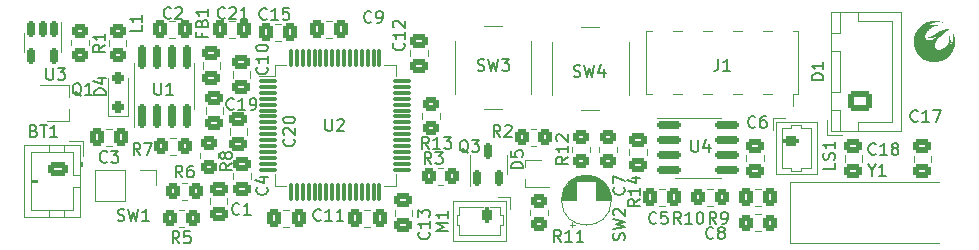
<source format=gto>
%TF.GenerationSoftware,KiCad,Pcbnew,7.0.7*%
%TF.CreationDate,2024-07-03T20:03:01-05:00*%
%TF.ProjectId,LightsaberDesign,4c696768-7473-4616-9265-724465736967,rev?*%
%TF.SameCoordinates,Original*%
%TF.FileFunction,Legend,Top*%
%TF.FilePolarity,Positive*%
%FSLAX46Y46*%
G04 Gerber Fmt 4.6, Leading zero omitted, Abs format (unit mm)*
G04 Created by KiCad (PCBNEW 7.0.7) date 2024-07-03 20:03:01*
%MOMM*%
%LPD*%
G01*
G04 APERTURE LIST*
G04 Aperture macros list*
%AMRoundRect*
0 Rectangle with rounded corners*
0 $1 Rounding radius*
0 $2 $3 $4 $5 $6 $7 $8 $9 X,Y pos of 4 corners*
0 Add a 4 corners polygon primitive as box body*
4,1,4,$2,$3,$4,$5,$6,$7,$8,$9,$2,$3,0*
0 Add four circle primitives for the rounded corners*
1,1,$1+$1,$2,$3*
1,1,$1+$1,$4,$5*
1,1,$1+$1,$6,$7*
1,1,$1+$1,$8,$9*
0 Add four rect primitives between the rounded corners*
20,1,$1+$1,$2,$3,$4,$5,0*
20,1,$1+$1,$4,$5,$6,$7,0*
20,1,$1+$1,$6,$7,$8,$9,0*
20,1,$1+$1,$8,$9,$2,$3,0*%
G04 Aperture macros list end*
%ADD10C,0.150000*%
%ADD11C,0.120000*%
%ADD12RoundRect,0.250000X0.475000X-0.337500X0.475000X0.337500X-0.475000X0.337500X-0.475000X-0.337500X0*%
%ADD13RoundRect,0.250000X0.337500X0.475000X-0.337500X0.475000X-0.337500X-0.475000X0.337500X-0.475000X0*%
%ADD14C,2.000000*%
%ADD15RoundRect,0.200000X-0.450000X0.200000X-0.450000X-0.200000X0.450000X-0.200000X0.450000X0.200000X0*%
%ADD16O,1.300000X0.800000*%
%ADD17RoundRect,0.250000X-0.450000X0.350000X-0.450000X-0.350000X0.450000X-0.350000X0.450000X0.350000X0*%
%ADD18RoundRect,0.250000X-0.350000X-0.450000X0.350000X-0.450000X0.350000X0.450000X-0.350000X0.450000X0*%
%ADD19RoundRect,0.250000X-0.475000X0.337500X-0.475000X-0.337500X0.475000X-0.337500X0.475000X0.337500X0*%
%ADD20RoundRect,0.250000X0.250000X-0.250000X0.250000X0.250000X-0.250000X0.250000X-0.250000X-0.250000X0*%
%ADD21RoundRect,0.150000X0.150000X-0.825000X0.150000X0.825000X-0.150000X0.825000X-0.150000X-0.825000X0*%
%ADD22RoundRect,0.250000X-0.337500X-0.475000X0.337500X-0.475000X0.337500X0.475000X-0.337500X0.475000X0*%
%ADD23RoundRect,0.075000X-0.700000X-0.075000X0.700000X-0.075000X0.700000X0.075000X-0.700000X0.075000X0*%
%ADD24RoundRect,0.075000X-0.075000X-0.700000X0.075000X-0.700000X0.075000X0.700000X-0.075000X0.700000X0*%
%ADD25RoundRect,0.150000X0.150000X-0.512500X0.150000X0.512500X-0.150000X0.512500X-0.150000X-0.512500X0*%
%ADD26R,1.200000X1.200000*%
%ADD27C,1.200000*%
%ADD28RoundRect,0.200000X0.200000X0.450000X-0.200000X0.450000X-0.200000X-0.450000X0.200000X-0.450000X0*%
%ADD29O,0.800000X1.300000*%
%ADD30RoundRect,0.250000X0.350000X0.450000X-0.350000X0.450000X-0.350000X-0.450000X0.350000X-0.450000X0*%
%ADD31RoundRect,0.150000X-0.150000X0.512500X-0.150000X-0.512500X0.150000X-0.512500X0.150000X0.512500X0*%
%ADD32R,2.000000X0.650000*%
%ADD33RoundRect,0.250000X0.725000X-0.600000X0.725000X0.600000X-0.725000X0.600000X-0.725000X-0.600000X0*%
%ADD34O,1.950000X1.700000*%
%ADD35RoundRect,0.250000X-0.450000X0.325000X-0.450000X-0.325000X0.450000X-0.325000X0.450000X0.325000X0*%
%ADD36R,1.700000X1.700000*%
%ADD37O,1.700000X1.700000*%
%ADD38R,1.270000X2.290000*%
%ADD39R,4.500000X2.000000*%
%ADD40RoundRect,0.250000X0.450000X-0.350000X0.450000X0.350000X-0.450000X0.350000X-0.450000X-0.350000X0*%
%ADD41R,0.700000X0.450000*%
%ADD42RoundRect,0.150000X-0.825000X-0.150000X0.825000X-0.150000X0.825000X0.150000X-0.825000X0.150000X0*%
%ADD43RoundRect,0.250000X-0.625000X0.350000X-0.625000X-0.350000X0.625000X-0.350000X0.625000X0.350000X0*%
%ADD44O,1.750000X1.200000*%
G04 APERTURE END LIST*
D10*
X192129580Y-72048666D02*
X192177200Y-72096285D01*
X192177200Y-72096285D02*
X192224819Y-72239142D01*
X192224819Y-72239142D02*
X192224819Y-72334380D01*
X192224819Y-72334380D02*
X192177200Y-72477237D01*
X192177200Y-72477237D02*
X192081961Y-72572475D01*
X192081961Y-72572475D02*
X191986723Y-72620094D01*
X191986723Y-72620094D02*
X191796247Y-72667713D01*
X191796247Y-72667713D02*
X191653390Y-72667713D01*
X191653390Y-72667713D02*
X191462914Y-72620094D01*
X191462914Y-72620094D02*
X191367676Y-72572475D01*
X191367676Y-72572475D02*
X191272438Y-72477237D01*
X191272438Y-72477237D02*
X191224819Y-72334380D01*
X191224819Y-72334380D02*
X191224819Y-72239142D01*
X191224819Y-72239142D02*
X191272438Y-72096285D01*
X191272438Y-72096285D02*
X191320057Y-72048666D01*
X191224819Y-71715332D02*
X191224819Y-71048666D01*
X191224819Y-71048666D02*
X192224819Y-71477237D01*
X187896667Y-62637200D02*
X188039524Y-62684819D01*
X188039524Y-62684819D02*
X188277619Y-62684819D01*
X188277619Y-62684819D02*
X188372857Y-62637200D01*
X188372857Y-62637200D02*
X188420476Y-62589580D01*
X188420476Y-62589580D02*
X188468095Y-62494342D01*
X188468095Y-62494342D02*
X188468095Y-62399104D01*
X188468095Y-62399104D02*
X188420476Y-62303866D01*
X188420476Y-62303866D02*
X188372857Y-62256247D01*
X188372857Y-62256247D02*
X188277619Y-62208628D01*
X188277619Y-62208628D02*
X188087143Y-62161009D01*
X188087143Y-62161009D02*
X187991905Y-62113390D01*
X187991905Y-62113390D02*
X187944286Y-62065771D01*
X187944286Y-62065771D02*
X187896667Y-61970533D01*
X187896667Y-61970533D02*
X187896667Y-61875295D01*
X187896667Y-61875295D02*
X187944286Y-61780057D01*
X187944286Y-61780057D02*
X187991905Y-61732438D01*
X187991905Y-61732438D02*
X188087143Y-61684819D01*
X188087143Y-61684819D02*
X188325238Y-61684819D01*
X188325238Y-61684819D02*
X188468095Y-61732438D01*
X188801429Y-61684819D02*
X189039524Y-62684819D01*
X189039524Y-62684819D02*
X189230000Y-61970533D01*
X189230000Y-61970533D02*
X189420476Y-62684819D01*
X189420476Y-62684819D02*
X189658572Y-61684819D01*
X190468095Y-62018152D02*
X190468095Y-62684819D01*
X190230000Y-61637200D02*
X189991905Y-62351485D01*
X189991905Y-62351485D02*
X190610952Y-62351485D01*
X156395009Y-58999333D02*
X156395009Y-59332666D01*
X156918819Y-59332666D02*
X155918819Y-59332666D01*
X155918819Y-59332666D02*
X155918819Y-58856476D01*
X156395009Y-58142190D02*
X156442628Y-57999333D01*
X156442628Y-57999333D02*
X156490247Y-57951714D01*
X156490247Y-57951714D02*
X156585485Y-57904095D01*
X156585485Y-57904095D02*
X156728342Y-57904095D01*
X156728342Y-57904095D02*
X156823580Y-57951714D01*
X156823580Y-57951714D02*
X156871200Y-57999333D01*
X156871200Y-57999333D02*
X156918819Y-58094571D01*
X156918819Y-58094571D02*
X156918819Y-58475523D01*
X156918819Y-58475523D02*
X155918819Y-58475523D01*
X155918819Y-58475523D02*
X155918819Y-58142190D01*
X155918819Y-58142190D02*
X155966438Y-58046952D01*
X155966438Y-58046952D02*
X156014057Y-57999333D01*
X156014057Y-57999333D02*
X156109295Y-57951714D01*
X156109295Y-57951714D02*
X156204533Y-57951714D01*
X156204533Y-57951714D02*
X156299771Y-57999333D01*
X156299771Y-57999333D02*
X156347390Y-58046952D01*
X156347390Y-58046952D02*
X156395009Y-58142190D01*
X156395009Y-58142190D02*
X156395009Y-58475523D01*
X156918819Y-56951714D02*
X156918819Y-57523142D01*
X156918819Y-57237428D02*
X155918819Y-57237428D01*
X155918819Y-57237428D02*
X156061676Y-57332666D01*
X156061676Y-57332666D02*
X156156914Y-57427904D01*
X156156914Y-57427904D02*
X156204533Y-57523142D01*
X210018819Y-69984857D02*
X210018819Y-70461047D01*
X210018819Y-70461047D02*
X209018819Y-70461047D01*
X209971200Y-69699142D02*
X210018819Y-69556285D01*
X210018819Y-69556285D02*
X210018819Y-69318190D01*
X210018819Y-69318190D02*
X209971200Y-69222952D01*
X209971200Y-69222952D02*
X209923580Y-69175333D01*
X209923580Y-69175333D02*
X209828342Y-69127714D01*
X209828342Y-69127714D02*
X209733104Y-69127714D01*
X209733104Y-69127714D02*
X209637866Y-69175333D01*
X209637866Y-69175333D02*
X209590247Y-69222952D01*
X209590247Y-69222952D02*
X209542628Y-69318190D01*
X209542628Y-69318190D02*
X209495009Y-69508666D01*
X209495009Y-69508666D02*
X209447390Y-69603904D01*
X209447390Y-69603904D02*
X209399771Y-69651523D01*
X209399771Y-69651523D02*
X209304533Y-69699142D01*
X209304533Y-69699142D02*
X209209295Y-69699142D01*
X209209295Y-69699142D02*
X209114057Y-69651523D01*
X209114057Y-69651523D02*
X209066438Y-69603904D01*
X209066438Y-69603904D02*
X209018819Y-69508666D01*
X209018819Y-69508666D02*
X209018819Y-69270571D01*
X209018819Y-69270571D02*
X209066438Y-69127714D01*
X210018819Y-68175333D02*
X210018819Y-68746761D01*
X210018819Y-68461047D02*
X209018819Y-68461047D01*
X209018819Y-68461047D02*
X209161676Y-68556285D01*
X209161676Y-68556285D02*
X209256914Y-68651523D01*
X209256914Y-68651523D02*
X209304533Y-68746761D01*
X193494819Y-73032857D02*
X193018628Y-73366190D01*
X193494819Y-73604285D02*
X192494819Y-73604285D01*
X192494819Y-73604285D02*
X192494819Y-73223333D01*
X192494819Y-73223333D02*
X192542438Y-73128095D01*
X192542438Y-73128095D02*
X192590057Y-73080476D01*
X192590057Y-73080476D02*
X192685295Y-73032857D01*
X192685295Y-73032857D02*
X192828152Y-73032857D01*
X192828152Y-73032857D02*
X192923390Y-73080476D01*
X192923390Y-73080476D02*
X192971009Y-73128095D01*
X192971009Y-73128095D02*
X193018628Y-73223333D01*
X193018628Y-73223333D02*
X193018628Y-73604285D01*
X193494819Y-72080476D02*
X193494819Y-72651904D01*
X193494819Y-72366190D02*
X192494819Y-72366190D01*
X192494819Y-72366190D02*
X192637676Y-72461428D01*
X192637676Y-72461428D02*
X192732914Y-72556666D01*
X192732914Y-72556666D02*
X192780533Y-72651904D01*
X192828152Y-71223333D02*
X193494819Y-71223333D01*
X192447200Y-71461428D02*
X193161485Y-71699523D01*
X193161485Y-71699523D02*
X193161485Y-71080476D01*
X175855333Y-70050819D02*
X175522000Y-69574628D01*
X175283905Y-70050819D02*
X175283905Y-69050819D01*
X175283905Y-69050819D02*
X175664857Y-69050819D01*
X175664857Y-69050819D02*
X175760095Y-69098438D01*
X175760095Y-69098438D02*
X175807714Y-69146057D01*
X175807714Y-69146057D02*
X175855333Y-69241295D01*
X175855333Y-69241295D02*
X175855333Y-69384152D01*
X175855333Y-69384152D02*
X175807714Y-69479390D01*
X175807714Y-69479390D02*
X175760095Y-69527009D01*
X175760095Y-69527009D02*
X175664857Y-69574628D01*
X175664857Y-69574628D02*
X175283905Y-69574628D01*
X176188667Y-69050819D02*
X176807714Y-69050819D01*
X176807714Y-69050819D02*
X176474381Y-69431771D01*
X176474381Y-69431771D02*
X176617238Y-69431771D01*
X176617238Y-69431771D02*
X176712476Y-69479390D01*
X176712476Y-69479390D02*
X176760095Y-69527009D01*
X176760095Y-69527009D02*
X176807714Y-69622247D01*
X176807714Y-69622247D02*
X176807714Y-69860342D01*
X176807714Y-69860342D02*
X176760095Y-69955580D01*
X176760095Y-69955580D02*
X176712476Y-70003200D01*
X176712476Y-70003200D02*
X176617238Y-70050819D01*
X176617238Y-70050819D02*
X176331524Y-70050819D01*
X176331524Y-70050819D02*
X176236286Y-70003200D01*
X176236286Y-70003200D02*
X176188667Y-69955580D01*
X164189580Y-67952857D02*
X164237200Y-68000476D01*
X164237200Y-68000476D02*
X164284819Y-68143333D01*
X164284819Y-68143333D02*
X164284819Y-68238571D01*
X164284819Y-68238571D02*
X164237200Y-68381428D01*
X164237200Y-68381428D02*
X164141961Y-68476666D01*
X164141961Y-68476666D02*
X164046723Y-68524285D01*
X164046723Y-68524285D02*
X163856247Y-68571904D01*
X163856247Y-68571904D02*
X163713390Y-68571904D01*
X163713390Y-68571904D02*
X163522914Y-68524285D01*
X163522914Y-68524285D02*
X163427676Y-68476666D01*
X163427676Y-68476666D02*
X163332438Y-68381428D01*
X163332438Y-68381428D02*
X163284819Y-68238571D01*
X163284819Y-68238571D02*
X163284819Y-68143333D01*
X163284819Y-68143333D02*
X163332438Y-68000476D01*
X163332438Y-68000476D02*
X163380057Y-67952857D01*
X163380057Y-67571904D02*
X163332438Y-67524285D01*
X163332438Y-67524285D02*
X163284819Y-67429047D01*
X163284819Y-67429047D02*
X163284819Y-67190952D01*
X163284819Y-67190952D02*
X163332438Y-67095714D01*
X163332438Y-67095714D02*
X163380057Y-67048095D01*
X163380057Y-67048095D02*
X163475295Y-67000476D01*
X163475295Y-67000476D02*
X163570533Y-67000476D01*
X163570533Y-67000476D02*
X163713390Y-67048095D01*
X163713390Y-67048095D02*
X164284819Y-67619523D01*
X164284819Y-67619523D02*
X164284819Y-67000476D01*
X163284819Y-66381428D02*
X163284819Y-66286190D01*
X163284819Y-66286190D02*
X163332438Y-66190952D01*
X163332438Y-66190952D02*
X163380057Y-66143333D01*
X163380057Y-66143333D02*
X163475295Y-66095714D01*
X163475295Y-66095714D02*
X163665771Y-66048095D01*
X163665771Y-66048095D02*
X163903866Y-66048095D01*
X163903866Y-66048095D02*
X164094342Y-66095714D01*
X164094342Y-66095714D02*
X164189580Y-66143333D01*
X164189580Y-66143333D02*
X164237200Y-66190952D01*
X164237200Y-66190952D02*
X164284819Y-66286190D01*
X164284819Y-66286190D02*
X164284819Y-66381428D01*
X164284819Y-66381428D02*
X164237200Y-66476666D01*
X164237200Y-66476666D02*
X164189580Y-66524285D01*
X164189580Y-66524285D02*
X164094342Y-66571904D01*
X164094342Y-66571904D02*
X163903866Y-66619523D01*
X163903866Y-66619523D02*
X163665771Y-66619523D01*
X163665771Y-66619523D02*
X163475295Y-66571904D01*
X163475295Y-66571904D02*
X163380057Y-66524285D01*
X163380057Y-66524285D02*
X163332438Y-66476666D01*
X163332438Y-66476666D02*
X163284819Y-66381428D01*
X196969142Y-75130819D02*
X196635809Y-74654628D01*
X196397714Y-75130819D02*
X196397714Y-74130819D01*
X196397714Y-74130819D02*
X196778666Y-74130819D01*
X196778666Y-74130819D02*
X196873904Y-74178438D01*
X196873904Y-74178438D02*
X196921523Y-74226057D01*
X196921523Y-74226057D02*
X196969142Y-74321295D01*
X196969142Y-74321295D02*
X196969142Y-74464152D01*
X196969142Y-74464152D02*
X196921523Y-74559390D01*
X196921523Y-74559390D02*
X196873904Y-74607009D01*
X196873904Y-74607009D02*
X196778666Y-74654628D01*
X196778666Y-74654628D02*
X196397714Y-74654628D01*
X197921523Y-75130819D02*
X197350095Y-75130819D01*
X197635809Y-75130819D02*
X197635809Y-74130819D01*
X197635809Y-74130819D02*
X197540571Y-74273676D01*
X197540571Y-74273676D02*
X197445333Y-74368914D01*
X197445333Y-74368914D02*
X197350095Y-74416533D01*
X198540571Y-74130819D02*
X198635809Y-74130819D01*
X198635809Y-74130819D02*
X198731047Y-74178438D01*
X198731047Y-74178438D02*
X198778666Y-74226057D01*
X198778666Y-74226057D02*
X198826285Y-74321295D01*
X198826285Y-74321295D02*
X198873904Y-74511771D01*
X198873904Y-74511771D02*
X198873904Y-74749866D01*
X198873904Y-74749866D02*
X198826285Y-74940342D01*
X198826285Y-74940342D02*
X198778666Y-75035580D01*
X198778666Y-75035580D02*
X198731047Y-75083200D01*
X198731047Y-75083200D02*
X198635809Y-75130819D01*
X198635809Y-75130819D02*
X198540571Y-75130819D01*
X198540571Y-75130819D02*
X198445333Y-75083200D01*
X198445333Y-75083200D02*
X198397714Y-75035580D01*
X198397714Y-75035580D02*
X198350095Y-74940342D01*
X198350095Y-74940342D02*
X198302476Y-74749866D01*
X198302476Y-74749866D02*
X198302476Y-74511771D01*
X198302476Y-74511771D02*
X198350095Y-74321295D01*
X198350095Y-74321295D02*
X198397714Y-74226057D01*
X198397714Y-74226057D02*
X198445333Y-74178438D01*
X198445333Y-74178438D02*
X198540571Y-74130819D01*
X161903580Y-72048666D02*
X161951200Y-72096285D01*
X161951200Y-72096285D02*
X161998819Y-72239142D01*
X161998819Y-72239142D02*
X161998819Y-72334380D01*
X161998819Y-72334380D02*
X161951200Y-72477237D01*
X161951200Y-72477237D02*
X161855961Y-72572475D01*
X161855961Y-72572475D02*
X161760723Y-72620094D01*
X161760723Y-72620094D02*
X161570247Y-72667713D01*
X161570247Y-72667713D02*
X161427390Y-72667713D01*
X161427390Y-72667713D02*
X161236914Y-72620094D01*
X161236914Y-72620094D02*
X161141676Y-72572475D01*
X161141676Y-72572475D02*
X161046438Y-72477237D01*
X161046438Y-72477237D02*
X160998819Y-72334380D01*
X160998819Y-72334380D02*
X160998819Y-72239142D01*
X160998819Y-72239142D02*
X161046438Y-72096285D01*
X161046438Y-72096285D02*
X161094057Y-72048666D01*
X161332152Y-71191523D02*
X161998819Y-71191523D01*
X160951200Y-71429618D02*
X161665485Y-71667713D01*
X161665485Y-71667713D02*
X161665485Y-71048666D01*
X148282819Y-64238094D02*
X147282819Y-64238094D01*
X147282819Y-64238094D02*
X147282819Y-63999999D01*
X147282819Y-63999999D02*
X147330438Y-63857142D01*
X147330438Y-63857142D02*
X147425676Y-63761904D01*
X147425676Y-63761904D02*
X147520914Y-63714285D01*
X147520914Y-63714285D02*
X147711390Y-63666666D01*
X147711390Y-63666666D02*
X147854247Y-63666666D01*
X147854247Y-63666666D02*
X148044723Y-63714285D01*
X148044723Y-63714285D02*
X148139961Y-63761904D01*
X148139961Y-63761904D02*
X148235200Y-63857142D01*
X148235200Y-63857142D02*
X148282819Y-63999999D01*
X148282819Y-63999999D02*
X148282819Y-64238094D01*
X147616152Y-62809523D02*
X148282819Y-62809523D01*
X147235200Y-63047618D02*
X147949485Y-63285713D01*
X147949485Y-63285713D02*
X147949485Y-62666666D01*
X175619580Y-75826857D02*
X175667200Y-75874476D01*
X175667200Y-75874476D02*
X175714819Y-76017333D01*
X175714819Y-76017333D02*
X175714819Y-76112571D01*
X175714819Y-76112571D02*
X175667200Y-76255428D01*
X175667200Y-76255428D02*
X175571961Y-76350666D01*
X175571961Y-76350666D02*
X175476723Y-76398285D01*
X175476723Y-76398285D02*
X175286247Y-76445904D01*
X175286247Y-76445904D02*
X175143390Y-76445904D01*
X175143390Y-76445904D02*
X174952914Y-76398285D01*
X174952914Y-76398285D02*
X174857676Y-76350666D01*
X174857676Y-76350666D02*
X174762438Y-76255428D01*
X174762438Y-76255428D02*
X174714819Y-76112571D01*
X174714819Y-76112571D02*
X174714819Y-76017333D01*
X174714819Y-76017333D02*
X174762438Y-75874476D01*
X174762438Y-75874476D02*
X174810057Y-75826857D01*
X175714819Y-74874476D02*
X175714819Y-75445904D01*
X175714819Y-75160190D02*
X174714819Y-75160190D01*
X174714819Y-75160190D02*
X174857676Y-75255428D01*
X174857676Y-75255428D02*
X174952914Y-75350666D01*
X174952914Y-75350666D02*
X175000533Y-75445904D01*
X174714819Y-74541142D02*
X174714819Y-73922095D01*
X174714819Y-73922095D02*
X175095771Y-74255428D01*
X175095771Y-74255428D02*
X175095771Y-74112571D01*
X175095771Y-74112571D02*
X175143390Y-74017333D01*
X175143390Y-74017333D02*
X175191009Y-73969714D01*
X175191009Y-73969714D02*
X175286247Y-73922095D01*
X175286247Y-73922095D02*
X175524342Y-73922095D01*
X175524342Y-73922095D02*
X175619580Y-73969714D01*
X175619580Y-73969714D02*
X175667200Y-74017333D01*
X175667200Y-74017333D02*
X175714819Y-74112571D01*
X175714819Y-74112571D02*
X175714819Y-74398285D01*
X175714819Y-74398285D02*
X175667200Y-74493523D01*
X175667200Y-74493523D02*
X175619580Y-74541142D01*
X217035142Y-66399580D02*
X216987523Y-66447200D01*
X216987523Y-66447200D02*
X216844666Y-66494819D01*
X216844666Y-66494819D02*
X216749428Y-66494819D01*
X216749428Y-66494819D02*
X216606571Y-66447200D01*
X216606571Y-66447200D02*
X216511333Y-66351961D01*
X216511333Y-66351961D02*
X216463714Y-66256723D01*
X216463714Y-66256723D02*
X216416095Y-66066247D01*
X216416095Y-66066247D02*
X216416095Y-65923390D01*
X216416095Y-65923390D02*
X216463714Y-65732914D01*
X216463714Y-65732914D02*
X216511333Y-65637676D01*
X216511333Y-65637676D02*
X216606571Y-65542438D01*
X216606571Y-65542438D02*
X216749428Y-65494819D01*
X216749428Y-65494819D02*
X216844666Y-65494819D01*
X216844666Y-65494819D02*
X216987523Y-65542438D01*
X216987523Y-65542438D02*
X217035142Y-65590057D01*
X217987523Y-66494819D02*
X217416095Y-66494819D01*
X217701809Y-66494819D02*
X217701809Y-65494819D01*
X217701809Y-65494819D02*
X217606571Y-65637676D01*
X217606571Y-65637676D02*
X217511333Y-65732914D01*
X217511333Y-65732914D02*
X217416095Y-65780533D01*
X218320857Y-65494819D02*
X218987523Y-65494819D01*
X218987523Y-65494819D02*
X218558952Y-66494819D01*
X152400095Y-63208819D02*
X152400095Y-64018342D01*
X152400095Y-64018342D02*
X152447714Y-64113580D01*
X152447714Y-64113580D02*
X152495333Y-64161200D01*
X152495333Y-64161200D02*
X152590571Y-64208819D01*
X152590571Y-64208819D02*
X152781047Y-64208819D01*
X152781047Y-64208819D02*
X152876285Y-64161200D01*
X152876285Y-64161200D02*
X152923904Y-64113580D01*
X152923904Y-64113580D02*
X152971523Y-64018342D01*
X152971523Y-64018342D02*
X152971523Y-63208819D01*
X153971523Y-64208819D02*
X153400095Y-64208819D01*
X153685809Y-64208819D02*
X153685809Y-63208819D01*
X153685809Y-63208819D02*
X153590571Y-63351676D01*
X153590571Y-63351676D02*
X153495333Y-63446914D01*
X153495333Y-63446914D02*
X153400095Y-63494533D01*
X166489142Y-74781580D02*
X166441523Y-74829200D01*
X166441523Y-74829200D02*
X166298666Y-74876819D01*
X166298666Y-74876819D02*
X166203428Y-74876819D01*
X166203428Y-74876819D02*
X166060571Y-74829200D01*
X166060571Y-74829200D02*
X165965333Y-74733961D01*
X165965333Y-74733961D02*
X165917714Y-74638723D01*
X165917714Y-74638723D02*
X165870095Y-74448247D01*
X165870095Y-74448247D02*
X165870095Y-74305390D01*
X165870095Y-74305390D02*
X165917714Y-74114914D01*
X165917714Y-74114914D02*
X165965333Y-74019676D01*
X165965333Y-74019676D02*
X166060571Y-73924438D01*
X166060571Y-73924438D02*
X166203428Y-73876819D01*
X166203428Y-73876819D02*
X166298666Y-73876819D01*
X166298666Y-73876819D02*
X166441523Y-73924438D01*
X166441523Y-73924438D02*
X166489142Y-73972057D01*
X167441523Y-74876819D02*
X166870095Y-74876819D01*
X167155809Y-74876819D02*
X167155809Y-73876819D01*
X167155809Y-73876819D02*
X167060571Y-74019676D01*
X167060571Y-74019676D02*
X166965333Y-74114914D01*
X166965333Y-74114914D02*
X166870095Y-74162533D01*
X168393904Y-74876819D02*
X167822476Y-74876819D01*
X168108190Y-74876819D02*
X168108190Y-73876819D01*
X168108190Y-73876819D02*
X168012952Y-74019676D01*
X168012952Y-74019676D02*
X167917714Y-74114914D01*
X167917714Y-74114914D02*
X167822476Y-74162533D01*
X199985333Y-75130819D02*
X199652000Y-74654628D01*
X199413905Y-75130819D02*
X199413905Y-74130819D01*
X199413905Y-74130819D02*
X199794857Y-74130819D01*
X199794857Y-74130819D02*
X199890095Y-74178438D01*
X199890095Y-74178438D02*
X199937714Y-74226057D01*
X199937714Y-74226057D02*
X199985333Y-74321295D01*
X199985333Y-74321295D02*
X199985333Y-74464152D01*
X199985333Y-74464152D02*
X199937714Y-74559390D01*
X199937714Y-74559390D02*
X199890095Y-74607009D01*
X199890095Y-74607009D02*
X199794857Y-74654628D01*
X199794857Y-74654628D02*
X199413905Y-74654628D01*
X200461524Y-75130819D02*
X200652000Y-75130819D01*
X200652000Y-75130819D02*
X200747238Y-75083200D01*
X200747238Y-75083200D02*
X200794857Y-75035580D01*
X200794857Y-75035580D02*
X200890095Y-74892723D01*
X200890095Y-74892723D02*
X200937714Y-74702247D01*
X200937714Y-74702247D02*
X200937714Y-74321295D01*
X200937714Y-74321295D02*
X200890095Y-74226057D01*
X200890095Y-74226057D02*
X200842476Y-74178438D01*
X200842476Y-74178438D02*
X200747238Y-74130819D01*
X200747238Y-74130819D02*
X200556762Y-74130819D01*
X200556762Y-74130819D02*
X200461524Y-74178438D01*
X200461524Y-74178438D02*
X200413905Y-74226057D01*
X200413905Y-74226057D02*
X200366286Y-74321295D01*
X200366286Y-74321295D02*
X200366286Y-74559390D01*
X200366286Y-74559390D02*
X200413905Y-74654628D01*
X200413905Y-74654628D02*
X200461524Y-74702247D01*
X200461524Y-74702247D02*
X200556762Y-74749866D01*
X200556762Y-74749866D02*
X200747238Y-74749866D01*
X200747238Y-74749866D02*
X200842476Y-74702247D01*
X200842476Y-74702247D02*
X200890095Y-74654628D01*
X200890095Y-74654628D02*
X200937714Y-74559390D01*
X166878095Y-66256819D02*
X166878095Y-67066342D01*
X166878095Y-67066342D02*
X166925714Y-67161580D01*
X166925714Y-67161580D02*
X166973333Y-67209200D01*
X166973333Y-67209200D02*
X167068571Y-67256819D01*
X167068571Y-67256819D02*
X167259047Y-67256819D01*
X167259047Y-67256819D02*
X167354285Y-67209200D01*
X167354285Y-67209200D02*
X167401904Y-67161580D01*
X167401904Y-67161580D02*
X167449523Y-67066342D01*
X167449523Y-67066342D02*
X167449523Y-66256819D01*
X167878095Y-66352057D02*
X167925714Y-66304438D01*
X167925714Y-66304438D02*
X168020952Y-66256819D01*
X168020952Y-66256819D02*
X168259047Y-66256819D01*
X168259047Y-66256819D02*
X168354285Y-66304438D01*
X168354285Y-66304438D02*
X168401904Y-66352057D01*
X168401904Y-66352057D02*
X168449523Y-66447295D01*
X168449523Y-66447295D02*
X168449523Y-66542533D01*
X168449523Y-66542533D02*
X168401904Y-66685390D01*
X168401904Y-66685390D02*
X167830476Y-67256819D01*
X167830476Y-67256819D02*
X168449523Y-67256819D01*
X175633142Y-68780819D02*
X175299809Y-68304628D01*
X175061714Y-68780819D02*
X175061714Y-67780819D01*
X175061714Y-67780819D02*
X175442666Y-67780819D01*
X175442666Y-67780819D02*
X175537904Y-67828438D01*
X175537904Y-67828438D02*
X175585523Y-67876057D01*
X175585523Y-67876057D02*
X175633142Y-67971295D01*
X175633142Y-67971295D02*
X175633142Y-68114152D01*
X175633142Y-68114152D02*
X175585523Y-68209390D01*
X175585523Y-68209390D02*
X175537904Y-68257009D01*
X175537904Y-68257009D02*
X175442666Y-68304628D01*
X175442666Y-68304628D02*
X175061714Y-68304628D01*
X176585523Y-68780819D02*
X176014095Y-68780819D01*
X176299809Y-68780819D02*
X176299809Y-67780819D01*
X176299809Y-67780819D02*
X176204571Y-67923676D01*
X176204571Y-67923676D02*
X176109333Y-68018914D01*
X176109333Y-68018914D02*
X176014095Y-68066533D01*
X176918857Y-67780819D02*
X177537904Y-67780819D01*
X177537904Y-67780819D02*
X177204571Y-68161771D01*
X177204571Y-68161771D02*
X177347428Y-68161771D01*
X177347428Y-68161771D02*
X177442666Y-68209390D01*
X177442666Y-68209390D02*
X177490285Y-68257009D01*
X177490285Y-68257009D02*
X177537904Y-68352247D01*
X177537904Y-68352247D02*
X177537904Y-68590342D01*
X177537904Y-68590342D02*
X177490285Y-68685580D01*
X177490285Y-68685580D02*
X177442666Y-68733200D01*
X177442666Y-68733200D02*
X177347428Y-68780819D01*
X177347428Y-68780819D02*
X177061714Y-68780819D01*
X177061714Y-68780819D02*
X176966476Y-68733200D01*
X176966476Y-68733200D02*
X176918857Y-68685580D01*
X178974761Y-69130057D02*
X178879523Y-69082438D01*
X178879523Y-69082438D02*
X178784285Y-68987200D01*
X178784285Y-68987200D02*
X178641428Y-68844342D01*
X178641428Y-68844342D02*
X178546190Y-68796723D01*
X178546190Y-68796723D02*
X178450952Y-68796723D01*
X178498571Y-69034819D02*
X178403333Y-68987200D01*
X178403333Y-68987200D02*
X178308095Y-68891961D01*
X178308095Y-68891961D02*
X178260476Y-68701485D01*
X178260476Y-68701485D02*
X178260476Y-68368152D01*
X178260476Y-68368152D02*
X178308095Y-68177676D01*
X178308095Y-68177676D02*
X178403333Y-68082438D01*
X178403333Y-68082438D02*
X178498571Y-68034819D01*
X178498571Y-68034819D02*
X178689047Y-68034819D01*
X178689047Y-68034819D02*
X178784285Y-68082438D01*
X178784285Y-68082438D02*
X178879523Y-68177676D01*
X178879523Y-68177676D02*
X178927142Y-68368152D01*
X178927142Y-68368152D02*
X178927142Y-68701485D01*
X178927142Y-68701485D02*
X178879523Y-68891961D01*
X178879523Y-68891961D02*
X178784285Y-68987200D01*
X178784285Y-68987200D02*
X178689047Y-69034819D01*
X178689047Y-69034819D02*
X178498571Y-69034819D01*
X179260476Y-68034819D02*
X179879523Y-68034819D01*
X179879523Y-68034819D02*
X179546190Y-68415771D01*
X179546190Y-68415771D02*
X179689047Y-68415771D01*
X179689047Y-68415771D02*
X179784285Y-68463390D01*
X179784285Y-68463390D02*
X179831904Y-68511009D01*
X179831904Y-68511009D02*
X179879523Y-68606247D01*
X179879523Y-68606247D02*
X179879523Y-68844342D01*
X179879523Y-68844342D02*
X179831904Y-68939580D01*
X179831904Y-68939580D02*
X179784285Y-68987200D01*
X179784285Y-68987200D02*
X179689047Y-69034819D01*
X179689047Y-69034819D02*
X179403333Y-69034819D01*
X179403333Y-69034819D02*
X179308095Y-68987200D01*
X179308095Y-68987200D02*
X179260476Y-68939580D01*
X192177200Y-76517332D02*
X192224819Y-76374475D01*
X192224819Y-76374475D02*
X192224819Y-76136380D01*
X192224819Y-76136380D02*
X192177200Y-76041142D01*
X192177200Y-76041142D02*
X192129580Y-75993523D01*
X192129580Y-75993523D02*
X192034342Y-75945904D01*
X192034342Y-75945904D02*
X191939104Y-75945904D01*
X191939104Y-75945904D02*
X191843866Y-75993523D01*
X191843866Y-75993523D02*
X191796247Y-76041142D01*
X191796247Y-76041142D02*
X191748628Y-76136380D01*
X191748628Y-76136380D02*
X191701009Y-76326856D01*
X191701009Y-76326856D02*
X191653390Y-76422094D01*
X191653390Y-76422094D02*
X191605771Y-76469713D01*
X191605771Y-76469713D02*
X191510533Y-76517332D01*
X191510533Y-76517332D02*
X191415295Y-76517332D01*
X191415295Y-76517332D02*
X191320057Y-76469713D01*
X191320057Y-76469713D02*
X191272438Y-76422094D01*
X191272438Y-76422094D02*
X191224819Y-76326856D01*
X191224819Y-76326856D02*
X191224819Y-76088761D01*
X191224819Y-76088761D02*
X191272438Y-75945904D01*
X191224819Y-75612570D02*
X192224819Y-75374475D01*
X192224819Y-75374475D02*
X191510533Y-75183999D01*
X191510533Y-75183999D02*
X192224819Y-74993523D01*
X192224819Y-74993523D02*
X191224819Y-74755428D01*
X191320057Y-74422094D02*
X191272438Y-74374475D01*
X191272438Y-74374475D02*
X191224819Y-74279237D01*
X191224819Y-74279237D02*
X191224819Y-74041142D01*
X191224819Y-74041142D02*
X191272438Y-73945904D01*
X191272438Y-73945904D02*
X191320057Y-73898285D01*
X191320057Y-73898285D02*
X191415295Y-73850666D01*
X191415295Y-73850666D02*
X191510533Y-73850666D01*
X191510533Y-73850666D02*
X191653390Y-73898285D01*
X191653390Y-73898285D02*
X192224819Y-74469713D01*
X192224819Y-74469713D02*
X192224819Y-73850666D01*
X154773333Y-71194819D02*
X154440000Y-70718628D01*
X154201905Y-71194819D02*
X154201905Y-70194819D01*
X154201905Y-70194819D02*
X154582857Y-70194819D01*
X154582857Y-70194819D02*
X154678095Y-70242438D01*
X154678095Y-70242438D02*
X154725714Y-70290057D01*
X154725714Y-70290057D02*
X154773333Y-70385295D01*
X154773333Y-70385295D02*
X154773333Y-70528152D01*
X154773333Y-70528152D02*
X154725714Y-70623390D01*
X154725714Y-70623390D02*
X154678095Y-70671009D01*
X154678095Y-70671009D02*
X154582857Y-70718628D01*
X154582857Y-70718628D02*
X154201905Y-70718628D01*
X155630476Y-70194819D02*
X155440000Y-70194819D01*
X155440000Y-70194819D02*
X155344762Y-70242438D01*
X155344762Y-70242438D02*
X155297143Y-70290057D01*
X155297143Y-70290057D02*
X155201905Y-70432914D01*
X155201905Y-70432914D02*
X155154286Y-70623390D01*
X155154286Y-70623390D02*
X155154286Y-71004342D01*
X155154286Y-71004342D02*
X155201905Y-71099580D01*
X155201905Y-71099580D02*
X155249524Y-71147200D01*
X155249524Y-71147200D02*
X155344762Y-71194819D01*
X155344762Y-71194819D02*
X155535238Y-71194819D01*
X155535238Y-71194819D02*
X155630476Y-71147200D01*
X155630476Y-71147200D02*
X155678095Y-71099580D01*
X155678095Y-71099580D02*
X155725714Y-71004342D01*
X155725714Y-71004342D02*
X155725714Y-70766247D01*
X155725714Y-70766247D02*
X155678095Y-70671009D01*
X155678095Y-70671009D02*
X155630476Y-70623390D01*
X155630476Y-70623390D02*
X155535238Y-70575771D01*
X155535238Y-70575771D02*
X155344762Y-70575771D01*
X155344762Y-70575771D02*
X155249524Y-70623390D01*
X155249524Y-70623390D02*
X155201905Y-70671009D01*
X155201905Y-70671009D02*
X155154286Y-70766247D01*
X179768667Y-62129200D02*
X179911524Y-62176819D01*
X179911524Y-62176819D02*
X180149619Y-62176819D01*
X180149619Y-62176819D02*
X180244857Y-62129200D01*
X180244857Y-62129200D02*
X180292476Y-62081580D01*
X180292476Y-62081580D02*
X180340095Y-61986342D01*
X180340095Y-61986342D02*
X180340095Y-61891104D01*
X180340095Y-61891104D02*
X180292476Y-61795866D01*
X180292476Y-61795866D02*
X180244857Y-61748247D01*
X180244857Y-61748247D02*
X180149619Y-61700628D01*
X180149619Y-61700628D02*
X179959143Y-61653009D01*
X179959143Y-61653009D02*
X179863905Y-61605390D01*
X179863905Y-61605390D02*
X179816286Y-61557771D01*
X179816286Y-61557771D02*
X179768667Y-61462533D01*
X179768667Y-61462533D02*
X179768667Y-61367295D01*
X179768667Y-61367295D02*
X179816286Y-61272057D01*
X179816286Y-61272057D02*
X179863905Y-61224438D01*
X179863905Y-61224438D02*
X179959143Y-61176819D01*
X179959143Y-61176819D02*
X180197238Y-61176819D01*
X180197238Y-61176819D02*
X180340095Y-61224438D01*
X180673429Y-61176819D02*
X180911524Y-62176819D01*
X180911524Y-62176819D02*
X181102000Y-61462533D01*
X181102000Y-61462533D02*
X181292476Y-62176819D01*
X181292476Y-62176819D02*
X181530572Y-61176819D01*
X181816286Y-61176819D02*
X182435333Y-61176819D01*
X182435333Y-61176819D02*
X182102000Y-61557771D01*
X182102000Y-61557771D02*
X182244857Y-61557771D01*
X182244857Y-61557771D02*
X182340095Y-61605390D01*
X182340095Y-61605390D02*
X182387714Y-61653009D01*
X182387714Y-61653009D02*
X182435333Y-61748247D01*
X182435333Y-61748247D02*
X182435333Y-61986342D01*
X182435333Y-61986342D02*
X182387714Y-62081580D01*
X182387714Y-62081580D02*
X182340095Y-62129200D01*
X182340095Y-62129200D02*
X182244857Y-62176819D01*
X182244857Y-62176819D02*
X181959143Y-62176819D01*
X181959143Y-62176819D02*
X181863905Y-62129200D01*
X181863905Y-62129200D02*
X181816286Y-62081580D01*
X170775333Y-58017580D02*
X170727714Y-58065200D01*
X170727714Y-58065200D02*
X170584857Y-58112819D01*
X170584857Y-58112819D02*
X170489619Y-58112819D01*
X170489619Y-58112819D02*
X170346762Y-58065200D01*
X170346762Y-58065200D02*
X170251524Y-57969961D01*
X170251524Y-57969961D02*
X170203905Y-57874723D01*
X170203905Y-57874723D02*
X170156286Y-57684247D01*
X170156286Y-57684247D02*
X170156286Y-57541390D01*
X170156286Y-57541390D02*
X170203905Y-57350914D01*
X170203905Y-57350914D02*
X170251524Y-57255676D01*
X170251524Y-57255676D02*
X170346762Y-57160438D01*
X170346762Y-57160438D02*
X170489619Y-57112819D01*
X170489619Y-57112819D02*
X170584857Y-57112819D01*
X170584857Y-57112819D02*
X170727714Y-57160438D01*
X170727714Y-57160438D02*
X170775333Y-57208057D01*
X171251524Y-58112819D02*
X171442000Y-58112819D01*
X171442000Y-58112819D02*
X171537238Y-58065200D01*
X171537238Y-58065200D02*
X171584857Y-58017580D01*
X171584857Y-58017580D02*
X171680095Y-57874723D01*
X171680095Y-57874723D02*
X171727714Y-57684247D01*
X171727714Y-57684247D02*
X171727714Y-57303295D01*
X171727714Y-57303295D02*
X171680095Y-57208057D01*
X171680095Y-57208057D02*
X171632476Y-57160438D01*
X171632476Y-57160438D02*
X171537238Y-57112819D01*
X171537238Y-57112819D02*
X171346762Y-57112819D01*
X171346762Y-57112819D02*
X171251524Y-57160438D01*
X171251524Y-57160438D02*
X171203905Y-57208057D01*
X171203905Y-57208057D02*
X171156286Y-57303295D01*
X171156286Y-57303295D02*
X171156286Y-57541390D01*
X171156286Y-57541390D02*
X171203905Y-57636628D01*
X171203905Y-57636628D02*
X171251524Y-57684247D01*
X171251524Y-57684247D02*
X171346762Y-57731866D01*
X171346762Y-57731866D02*
X171537238Y-57731866D01*
X171537238Y-57731866D02*
X171632476Y-57684247D01*
X171632476Y-57684247D02*
X171680095Y-57636628D01*
X171680095Y-57636628D02*
X171727714Y-57541390D01*
X213479142Y-69193580D02*
X213431523Y-69241200D01*
X213431523Y-69241200D02*
X213288666Y-69288819D01*
X213288666Y-69288819D02*
X213193428Y-69288819D01*
X213193428Y-69288819D02*
X213050571Y-69241200D01*
X213050571Y-69241200D02*
X212955333Y-69145961D01*
X212955333Y-69145961D02*
X212907714Y-69050723D01*
X212907714Y-69050723D02*
X212860095Y-68860247D01*
X212860095Y-68860247D02*
X212860095Y-68717390D01*
X212860095Y-68717390D02*
X212907714Y-68526914D01*
X212907714Y-68526914D02*
X212955333Y-68431676D01*
X212955333Y-68431676D02*
X213050571Y-68336438D01*
X213050571Y-68336438D02*
X213193428Y-68288819D01*
X213193428Y-68288819D02*
X213288666Y-68288819D01*
X213288666Y-68288819D02*
X213431523Y-68336438D01*
X213431523Y-68336438D02*
X213479142Y-68384057D01*
X214431523Y-69288819D02*
X213860095Y-69288819D01*
X214145809Y-69288819D02*
X214145809Y-68288819D01*
X214145809Y-68288819D02*
X214050571Y-68431676D01*
X214050571Y-68431676D02*
X213955333Y-68526914D01*
X213955333Y-68526914D02*
X213860095Y-68574533D01*
X215002952Y-68717390D02*
X214907714Y-68669771D01*
X214907714Y-68669771D02*
X214860095Y-68622152D01*
X214860095Y-68622152D02*
X214812476Y-68526914D01*
X214812476Y-68526914D02*
X214812476Y-68479295D01*
X214812476Y-68479295D02*
X214860095Y-68384057D01*
X214860095Y-68384057D02*
X214907714Y-68336438D01*
X214907714Y-68336438D02*
X215002952Y-68288819D01*
X215002952Y-68288819D02*
X215193428Y-68288819D01*
X215193428Y-68288819D02*
X215288666Y-68336438D01*
X215288666Y-68336438D02*
X215336285Y-68384057D01*
X215336285Y-68384057D02*
X215383904Y-68479295D01*
X215383904Y-68479295D02*
X215383904Y-68526914D01*
X215383904Y-68526914D02*
X215336285Y-68622152D01*
X215336285Y-68622152D02*
X215288666Y-68669771D01*
X215288666Y-68669771D02*
X215193428Y-68717390D01*
X215193428Y-68717390D02*
X215002952Y-68717390D01*
X215002952Y-68717390D02*
X214907714Y-68765009D01*
X214907714Y-68765009D02*
X214860095Y-68812628D01*
X214860095Y-68812628D02*
X214812476Y-68907866D01*
X214812476Y-68907866D02*
X214812476Y-69098342D01*
X214812476Y-69098342D02*
X214860095Y-69193580D01*
X214860095Y-69193580D02*
X214907714Y-69241200D01*
X214907714Y-69241200D02*
X215002952Y-69288819D01*
X215002952Y-69288819D02*
X215193428Y-69288819D01*
X215193428Y-69288819D02*
X215288666Y-69241200D01*
X215288666Y-69241200D02*
X215336285Y-69193580D01*
X215336285Y-69193580D02*
X215383904Y-69098342D01*
X215383904Y-69098342D02*
X215383904Y-68907866D01*
X215383904Y-68907866D02*
X215336285Y-68812628D01*
X215336285Y-68812628D02*
X215288666Y-68765009D01*
X215288666Y-68765009D02*
X215193428Y-68717390D01*
X158950819Y-70008686D02*
X158474628Y-70342019D01*
X158950819Y-70580114D02*
X157950819Y-70580114D01*
X157950819Y-70580114D02*
X157950819Y-70199162D01*
X157950819Y-70199162D02*
X157998438Y-70103924D01*
X157998438Y-70103924D02*
X158046057Y-70056305D01*
X158046057Y-70056305D02*
X158141295Y-70008686D01*
X158141295Y-70008686D02*
X158284152Y-70008686D01*
X158284152Y-70008686D02*
X158379390Y-70056305D01*
X158379390Y-70056305D02*
X158427009Y-70103924D01*
X158427009Y-70103924D02*
X158474628Y-70199162D01*
X158474628Y-70199162D02*
X158474628Y-70580114D01*
X158379390Y-69437257D02*
X158331771Y-69532495D01*
X158331771Y-69532495D02*
X158284152Y-69580114D01*
X158284152Y-69580114D02*
X158188914Y-69627733D01*
X158188914Y-69627733D02*
X158141295Y-69627733D01*
X158141295Y-69627733D02*
X158046057Y-69580114D01*
X158046057Y-69580114D02*
X157998438Y-69532495D01*
X157998438Y-69532495D02*
X157950819Y-69437257D01*
X157950819Y-69437257D02*
X157950819Y-69246781D01*
X157950819Y-69246781D02*
X157998438Y-69151543D01*
X157998438Y-69151543D02*
X158046057Y-69103924D01*
X158046057Y-69103924D02*
X158141295Y-69056305D01*
X158141295Y-69056305D02*
X158188914Y-69056305D01*
X158188914Y-69056305D02*
X158284152Y-69103924D01*
X158284152Y-69103924D02*
X158331771Y-69151543D01*
X158331771Y-69151543D02*
X158379390Y-69246781D01*
X158379390Y-69246781D02*
X158379390Y-69437257D01*
X158379390Y-69437257D02*
X158427009Y-69532495D01*
X158427009Y-69532495D02*
X158474628Y-69580114D01*
X158474628Y-69580114D02*
X158569866Y-69627733D01*
X158569866Y-69627733D02*
X158760342Y-69627733D01*
X158760342Y-69627733D02*
X158855580Y-69580114D01*
X158855580Y-69580114D02*
X158903200Y-69532495D01*
X158903200Y-69532495D02*
X158950819Y-69437257D01*
X158950819Y-69437257D02*
X158950819Y-69246781D01*
X158950819Y-69246781D02*
X158903200Y-69151543D01*
X158903200Y-69151543D02*
X158855580Y-69103924D01*
X158855580Y-69103924D02*
X158760342Y-69056305D01*
X158760342Y-69056305D02*
X158569866Y-69056305D01*
X158569866Y-69056305D02*
X158474628Y-69103924D01*
X158474628Y-69103924D02*
X158427009Y-69151543D01*
X158427009Y-69151543D02*
X158379390Y-69246781D01*
X177238819Y-75739523D02*
X176238819Y-75739523D01*
X176238819Y-75739523D02*
X176953104Y-75406190D01*
X176953104Y-75406190D02*
X176238819Y-75072857D01*
X176238819Y-75072857D02*
X177238819Y-75072857D01*
X177238819Y-74072857D02*
X177238819Y-74644285D01*
X177238819Y-74358571D02*
X176238819Y-74358571D01*
X176238819Y-74358571D02*
X176381676Y-74453809D01*
X176381676Y-74453809D02*
X176476914Y-74549047D01*
X176476914Y-74549047D02*
X176524533Y-74644285D01*
X154519333Y-76769819D02*
X154186000Y-76293628D01*
X153947905Y-76769819D02*
X153947905Y-75769819D01*
X153947905Y-75769819D02*
X154328857Y-75769819D01*
X154328857Y-75769819D02*
X154424095Y-75817438D01*
X154424095Y-75817438D02*
X154471714Y-75865057D01*
X154471714Y-75865057D02*
X154519333Y-75960295D01*
X154519333Y-75960295D02*
X154519333Y-76103152D01*
X154519333Y-76103152D02*
X154471714Y-76198390D01*
X154471714Y-76198390D02*
X154424095Y-76246009D01*
X154424095Y-76246009D02*
X154328857Y-76293628D01*
X154328857Y-76293628D02*
X153947905Y-76293628D01*
X155424095Y-75769819D02*
X154947905Y-75769819D01*
X154947905Y-75769819D02*
X154900286Y-76246009D01*
X154900286Y-76246009D02*
X154947905Y-76198390D01*
X154947905Y-76198390D02*
X155043143Y-76150771D01*
X155043143Y-76150771D02*
X155281238Y-76150771D01*
X155281238Y-76150771D02*
X155376476Y-76198390D01*
X155376476Y-76198390D02*
X155424095Y-76246009D01*
X155424095Y-76246009D02*
X155471714Y-76341247D01*
X155471714Y-76341247D02*
X155471714Y-76579342D01*
X155471714Y-76579342D02*
X155424095Y-76674580D01*
X155424095Y-76674580D02*
X155376476Y-76722200D01*
X155376476Y-76722200D02*
X155281238Y-76769819D01*
X155281238Y-76769819D02*
X155043143Y-76769819D01*
X155043143Y-76769819D02*
X154947905Y-76722200D01*
X154947905Y-76722200D02*
X154900286Y-76674580D01*
X143256095Y-61938819D02*
X143256095Y-62748342D01*
X143256095Y-62748342D02*
X143303714Y-62843580D01*
X143303714Y-62843580D02*
X143351333Y-62891200D01*
X143351333Y-62891200D02*
X143446571Y-62938819D01*
X143446571Y-62938819D02*
X143637047Y-62938819D01*
X143637047Y-62938819D02*
X143732285Y-62891200D01*
X143732285Y-62891200D02*
X143779904Y-62843580D01*
X143779904Y-62843580D02*
X143827523Y-62748342D01*
X143827523Y-62748342D02*
X143827523Y-61938819D01*
X144208476Y-61938819D02*
X144827523Y-61938819D01*
X144827523Y-61938819D02*
X144494190Y-62319771D01*
X144494190Y-62319771D02*
X144637047Y-62319771D01*
X144637047Y-62319771D02*
X144732285Y-62367390D01*
X144732285Y-62367390D02*
X144779904Y-62415009D01*
X144779904Y-62415009D02*
X144827523Y-62510247D01*
X144827523Y-62510247D02*
X144827523Y-62748342D01*
X144827523Y-62748342D02*
X144779904Y-62843580D01*
X144779904Y-62843580D02*
X144732285Y-62891200D01*
X144732285Y-62891200D02*
X144637047Y-62938819D01*
X144637047Y-62938819D02*
X144351333Y-62938819D01*
X144351333Y-62938819D02*
X144256095Y-62891200D01*
X144256095Y-62891200D02*
X144208476Y-62843580D01*
X173497580Y-59824857D02*
X173545200Y-59872476D01*
X173545200Y-59872476D02*
X173592819Y-60015333D01*
X173592819Y-60015333D02*
X173592819Y-60110571D01*
X173592819Y-60110571D02*
X173545200Y-60253428D01*
X173545200Y-60253428D02*
X173449961Y-60348666D01*
X173449961Y-60348666D02*
X173354723Y-60396285D01*
X173354723Y-60396285D02*
X173164247Y-60443904D01*
X173164247Y-60443904D02*
X173021390Y-60443904D01*
X173021390Y-60443904D02*
X172830914Y-60396285D01*
X172830914Y-60396285D02*
X172735676Y-60348666D01*
X172735676Y-60348666D02*
X172640438Y-60253428D01*
X172640438Y-60253428D02*
X172592819Y-60110571D01*
X172592819Y-60110571D02*
X172592819Y-60015333D01*
X172592819Y-60015333D02*
X172640438Y-59872476D01*
X172640438Y-59872476D02*
X172688057Y-59824857D01*
X173592819Y-58872476D02*
X173592819Y-59443904D01*
X173592819Y-59158190D02*
X172592819Y-59158190D01*
X172592819Y-59158190D02*
X172735676Y-59253428D01*
X172735676Y-59253428D02*
X172830914Y-59348666D01*
X172830914Y-59348666D02*
X172878533Y-59443904D01*
X172688057Y-58491523D02*
X172640438Y-58443904D01*
X172640438Y-58443904D02*
X172592819Y-58348666D01*
X172592819Y-58348666D02*
X172592819Y-58110571D01*
X172592819Y-58110571D02*
X172640438Y-58015333D01*
X172640438Y-58015333D02*
X172688057Y-57967714D01*
X172688057Y-57967714D02*
X172783295Y-57920095D01*
X172783295Y-57920095D02*
X172878533Y-57920095D01*
X172878533Y-57920095D02*
X173021390Y-57967714D01*
X173021390Y-57967714D02*
X173592819Y-58539142D01*
X173592819Y-58539142D02*
X173592819Y-57920095D01*
X203287333Y-66907580D02*
X203239714Y-66955200D01*
X203239714Y-66955200D02*
X203096857Y-67002819D01*
X203096857Y-67002819D02*
X203001619Y-67002819D01*
X203001619Y-67002819D02*
X202858762Y-66955200D01*
X202858762Y-66955200D02*
X202763524Y-66859961D01*
X202763524Y-66859961D02*
X202715905Y-66764723D01*
X202715905Y-66764723D02*
X202668286Y-66574247D01*
X202668286Y-66574247D02*
X202668286Y-66431390D01*
X202668286Y-66431390D02*
X202715905Y-66240914D01*
X202715905Y-66240914D02*
X202763524Y-66145676D01*
X202763524Y-66145676D02*
X202858762Y-66050438D01*
X202858762Y-66050438D02*
X203001619Y-66002819D01*
X203001619Y-66002819D02*
X203096857Y-66002819D01*
X203096857Y-66002819D02*
X203239714Y-66050438D01*
X203239714Y-66050438D02*
X203287333Y-66098057D01*
X204144476Y-66002819D02*
X203954000Y-66002819D01*
X203954000Y-66002819D02*
X203858762Y-66050438D01*
X203858762Y-66050438D02*
X203811143Y-66098057D01*
X203811143Y-66098057D02*
X203715905Y-66240914D01*
X203715905Y-66240914D02*
X203668286Y-66431390D01*
X203668286Y-66431390D02*
X203668286Y-66812342D01*
X203668286Y-66812342D02*
X203715905Y-66907580D01*
X203715905Y-66907580D02*
X203763524Y-66955200D01*
X203763524Y-66955200D02*
X203858762Y-67002819D01*
X203858762Y-67002819D02*
X204049238Y-67002819D01*
X204049238Y-67002819D02*
X204144476Y-66955200D01*
X204144476Y-66955200D02*
X204192095Y-66907580D01*
X204192095Y-66907580D02*
X204239714Y-66812342D01*
X204239714Y-66812342D02*
X204239714Y-66574247D01*
X204239714Y-66574247D02*
X204192095Y-66479009D01*
X204192095Y-66479009D02*
X204144476Y-66431390D01*
X204144476Y-66431390D02*
X204049238Y-66383771D01*
X204049238Y-66383771D02*
X203858762Y-66383771D01*
X203858762Y-66383771D02*
X203763524Y-66431390D01*
X203763524Y-66431390D02*
X203715905Y-66479009D01*
X203715905Y-66479009D02*
X203668286Y-66574247D01*
X146208761Y-64304057D02*
X146113523Y-64256438D01*
X146113523Y-64256438D02*
X146018285Y-64161200D01*
X146018285Y-64161200D02*
X145875428Y-64018342D01*
X145875428Y-64018342D02*
X145780190Y-63970723D01*
X145780190Y-63970723D02*
X145684952Y-63970723D01*
X145732571Y-64208819D02*
X145637333Y-64161200D01*
X145637333Y-64161200D02*
X145542095Y-64065961D01*
X145542095Y-64065961D02*
X145494476Y-63875485D01*
X145494476Y-63875485D02*
X145494476Y-63542152D01*
X145494476Y-63542152D02*
X145542095Y-63351676D01*
X145542095Y-63351676D02*
X145637333Y-63256438D01*
X145637333Y-63256438D02*
X145732571Y-63208819D01*
X145732571Y-63208819D02*
X145923047Y-63208819D01*
X145923047Y-63208819D02*
X146018285Y-63256438D01*
X146018285Y-63256438D02*
X146113523Y-63351676D01*
X146113523Y-63351676D02*
X146161142Y-63542152D01*
X146161142Y-63542152D02*
X146161142Y-63875485D01*
X146161142Y-63875485D02*
X146113523Y-64065961D01*
X146113523Y-64065961D02*
X146018285Y-64161200D01*
X146018285Y-64161200D02*
X145923047Y-64208819D01*
X145923047Y-64208819D02*
X145732571Y-64208819D01*
X147113523Y-64208819D02*
X146542095Y-64208819D01*
X146827809Y-64208819D02*
X146827809Y-63208819D01*
X146827809Y-63208819D02*
X146732571Y-63351676D01*
X146732571Y-63351676D02*
X146637333Y-63446914D01*
X146637333Y-63446914D02*
X146542095Y-63494533D01*
X151217333Y-69288819D02*
X150884000Y-68812628D01*
X150645905Y-69288819D02*
X150645905Y-68288819D01*
X150645905Y-68288819D02*
X151026857Y-68288819D01*
X151026857Y-68288819D02*
X151122095Y-68336438D01*
X151122095Y-68336438D02*
X151169714Y-68384057D01*
X151169714Y-68384057D02*
X151217333Y-68479295D01*
X151217333Y-68479295D02*
X151217333Y-68622152D01*
X151217333Y-68622152D02*
X151169714Y-68717390D01*
X151169714Y-68717390D02*
X151122095Y-68765009D01*
X151122095Y-68765009D02*
X151026857Y-68812628D01*
X151026857Y-68812628D02*
X150645905Y-68812628D01*
X151550667Y-68288819D02*
X152217333Y-68288819D01*
X152217333Y-68288819D02*
X151788762Y-69288819D01*
X186809142Y-76654819D02*
X186475809Y-76178628D01*
X186237714Y-76654819D02*
X186237714Y-75654819D01*
X186237714Y-75654819D02*
X186618666Y-75654819D01*
X186618666Y-75654819D02*
X186713904Y-75702438D01*
X186713904Y-75702438D02*
X186761523Y-75750057D01*
X186761523Y-75750057D02*
X186809142Y-75845295D01*
X186809142Y-75845295D02*
X186809142Y-75988152D01*
X186809142Y-75988152D02*
X186761523Y-76083390D01*
X186761523Y-76083390D02*
X186713904Y-76131009D01*
X186713904Y-76131009D02*
X186618666Y-76178628D01*
X186618666Y-76178628D02*
X186237714Y-76178628D01*
X187761523Y-76654819D02*
X187190095Y-76654819D01*
X187475809Y-76654819D02*
X187475809Y-75654819D01*
X187475809Y-75654819D02*
X187380571Y-75797676D01*
X187380571Y-75797676D02*
X187285333Y-75892914D01*
X187285333Y-75892914D02*
X187190095Y-75940533D01*
X188713904Y-76654819D02*
X188142476Y-76654819D01*
X188428190Y-76654819D02*
X188428190Y-75654819D01*
X188428190Y-75654819D02*
X188332952Y-75797676D01*
X188332952Y-75797676D02*
X188237714Y-75892914D01*
X188237714Y-75892914D02*
X188142476Y-75940533D01*
X209043819Y-62968094D02*
X208043819Y-62968094D01*
X208043819Y-62968094D02*
X208043819Y-62729999D01*
X208043819Y-62729999D02*
X208091438Y-62587142D01*
X208091438Y-62587142D02*
X208186676Y-62491904D01*
X208186676Y-62491904D02*
X208281914Y-62444285D01*
X208281914Y-62444285D02*
X208472390Y-62396666D01*
X208472390Y-62396666D02*
X208615247Y-62396666D01*
X208615247Y-62396666D02*
X208805723Y-62444285D01*
X208805723Y-62444285D02*
X208900961Y-62491904D01*
X208900961Y-62491904D02*
X208996200Y-62587142D01*
X208996200Y-62587142D02*
X209043819Y-62729999D01*
X209043819Y-62729999D02*
X209043819Y-62968094D01*
X209043819Y-61444285D02*
X209043819Y-62015713D01*
X209043819Y-61729999D02*
X208043819Y-61729999D01*
X208043819Y-61729999D02*
X208186676Y-61825237D01*
X208186676Y-61825237D02*
X208281914Y-61920475D01*
X208281914Y-61920475D02*
X208329533Y-62015713D01*
X151330819Y-58332666D02*
X151330819Y-58808856D01*
X151330819Y-58808856D02*
X150330819Y-58808856D01*
X151330819Y-57475523D02*
X151330819Y-58046951D01*
X151330819Y-57761237D02*
X150330819Y-57761237D01*
X150330819Y-57761237D02*
X150473676Y-57856475D01*
X150473676Y-57856475D02*
X150568914Y-57951713D01*
X150568914Y-57951713D02*
X150616533Y-58046951D01*
X159599333Y-74273580D02*
X159551714Y-74321200D01*
X159551714Y-74321200D02*
X159408857Y-74368819D01*
X159408857Y-74368819D02*
X159313619Y-74368819D01*
X159313619Y-74368819D02*
X159170762Y-74321200D01*
X159170762Y-74321200D02*
X159075524Y-74225961D01*
X159075524Y-74225961D02*
X159027905Y-74130723D01*
X159027905Y-74130723D02*
X158980286Y-73940247D01*
X158980286Y-73940247D02*
X158980286Y-73797390D01*
X158980286Y-73797390D02*
X159027905Y-73606914D01*
X159027905Y-73606914D02*
X159075524Y-73511676D01*
X159075524Y-73511676D02*
X159170762Y-73416438D01*
X159170762Y-73416438D02*
X159313619Y-73368819D01*
X159313619Y-73368819D02*
X159408857Y-73368819D01*
X159408857Y-73368819D02*
X159551714Y-73416438D01*
X159551714Y-73416438D02*
X159599333Y-73464057D01*
X160551714Y-74368819D02*
X159980286Y-74368819D01*
X160266000Y-74368819D02*
X160266000Y-73368819D01*
X160266000Y-73368819D02*
X160170762Y-73511676D01*
X160170762Y-73511676D02*
X160075524Y-73606914D01*
X160075524Y-73606914D02*
X159980286Y-73654533D01*
X149288667Y-74829200D02*
X149431524Y-74876819D01*
X149431524Y-74876819D02*
X149669619Y-74876819D01*
X149669619Y-74876819D02*
X149764857Y-74829200D01*
X149764857Y-74829200D02*
X149812476Y-74781580D01*
X149812476Y-74781580D02*
X149860095Y-74686342D01*
X149860095Y-74686342D02*
X149860095Y-74591104D01*
X149860095Y-74591104D02*
X149812476Y-74495866D01*
X149812476Y-74495866D02*
X149764857Y-74448247D01*
X149764857Y-74448247D02*
X149669619Y-74400628D01*
X149669619Y-74400628D02*
X149479143Y-74353009D01*
X149479143Y-74353009D02*
X149383905Y-74305390D01*
X149383905Y-74305390D02*
X149336286Y-74257771D01*
X149336286Y-74257771D02*
X149288667Y-74162533D01*
X149288667Y-74162533D02*
X149288667Y-74067295D01*
X149288667Y-74067295D02*
X149336286Y-73972057D01*
X149336286Y-73972057D02*
X149383905Y-73924438D01*
X149383905Y-73924438D02*
X149479143Y-73876819D01*
X149479143Y-73876819D02*
X149717238Y-73876819D01*
X149717238Y-73876819D02*
X149860095Y-73924438D01*
X150193429Y-73876819D02*
X150431524Y-74876819D01*
X150431524Y-74876819D02*
X150622000Y-74162533D01*
X150622000Y-74162533D02*
X150812476Y-74876819D01*
X150812476Y-74876819D02*
X151050572Y-73876819D01*
X151955333Y-74876819D02*
X151383905Y-74876819D01*
X151669619Y-74876819D02*
X151669619Y-73876819D01*
X151669619Y-73876819D02*
X151574381Y-74019676D01*
X151574381Y-74019676D02*
X151479143Y-74114914D01*
X151479143Y-74114914D02*
X151383905Y-74162533D01*
X200138666Y-61176819D02*
X200138666Y-61891104D01*
X200138666Y-61891104D02*
X200091047Y-62033961D01*
X200091047Y-62033961D02*
X199995809Y-62129200D01*
X199995809Y-62129200D02*
X199852952Y-62176819D01*
X199852952Y-62176819D02*
X199757714Y-62176819D01*
X201138666Y-62176819D02*
X200567238Y-62176819D01*
X200852952Y-62176819D02*
X200852952Y-61176819D01*
X200852952Y-61176819D02*
X200757714Y-61319676D01*
X200757714Y-61319676D02*
X200662476Y-61414914D01*
X200662476Y-61414914D02*
X200567238Y-61462533D01*
X181697333Y-67764819D02*
X181364000Y-67288628D01*
X181125905Y-67764819D02*
X181125905Y-66764819D01*
X181125905Y-66764819D02*
X181506857Y-66764819D01*
X181506857Y-66764819D02*
X181602095Y-66812438D01*
X181602095Y-66812438D02*
X181649714Y-66860057D01*
X181649714Y-66860057D02*
X181697333Y-66955295D01*
X181697333Y-66955295D02*
X181697333Y-67098152D01*
X181697333Y-67098152D02*
X181649714Y-67193390D01*
X181649714Y-67193390D02*
X181602095Y-67241009D01*
X181602095Y-67241009D02*
X181506857Y-67288628D01*
X181506857Y-67288628D02*
X181125905Y-67288628D01*
X182078286Y-66860057D02*
X182125905Y-66812438D01*
X182125905Y-66812438D02*
X182221143Y-66764819D01*
X182221143Y-66764819D02*
X182459238Y-66764819D01*
X182459238Y-66764819D02*
X182554476Y-66812438D01*
X182554476Y-66812438D02*
X182602095Y-66860057D01*
X182602095Y-66860057D02*
X182649714Y-66955295D01*
X182649714Y-66955295D02*
X182649714Y-67050533D01*
X182649714Y-67050533D02*
X182602095Y-67193390D01*
X182602095Y-67193390D02*
X182030667Y-67764819D01*
X182030667Y-67764819D02*
X182649714Y-67764819D01*
X161903580Y-61856857D02*
X161951200Y-61904476D01*
X161951200Y-61904476D02*
X161998819Y-62047333D01*
X161998819Y-62047333D02*
X161998819Y-62142571D01*
X161998819Y-62142571D02*
X161951200Y-62285428D01*
X161951200Y-62285428D02*
X161855961Y-62380666D01*
X161855961Y-62380666D02*
X161760723Y-62428285D01*
X161760723Y-62428285D02*
X161570247Y-62475904D01*
X161570247Y-62475904D02*
X161427390Y-62475904D01*
X161427390Y-62475904D02*
X161236914Y-62428285D01*
X161236914Y-62428285D02*
X161141676Y-62380666D01*
X161141676Y-62380666D02*
X161046438Y-62285428D01*
X161046438Y-62285428D02*
X160998819Y-62142571D01*
X160998819Y-62142571D02*
X160998819Y-62047333D01*
X160998819Y-62047333D02*
X161046438Y-61904476D01*
X161046438Y-61904476D02*
X161094057Y-61856857D01*
X161998819Y-60904476D02*
X161998819Y-61475904D01*
X161998819Y-61190190D02*
X160998819Y-61190190D01*
X160998819Y-61190190D02*
X161141676Y-61285428D01*
X161141676Y-61285428D02*
X161236914Y-61380666D01*
X161236914Y-61380666D02*
X161284533Y-61475904D01*
X160998819Y-60285428D02*
X160998819Y-60190190D01*
X160998819Y-60190190D02*
X161046438Y-60094952D01*
X161046438Y-60094952D02*
X161094057Y-60047333D01*
X161094057Y-60047333D02*
X161189295Y-59999714D01*
X161189295Y-59999714D02*
X161379771Y-59952095D01*
X161379771Y-59952095D02*
X161617866Y-59952095D01*
X161617866Y-59952095D02*
X161808342Y-59999714D01*
X161808342Y-59999714D02*
X161903580Y-60047333D01*
X161903580Y-60047333D02*
X161951200Y-60094952D01*
X161951200Y-60094952D02*
X161998819Y-60190190D01*
X161998819Y-60190190D02*
X161998819Y-60285428D01*
X161998819Y-60285428D02*
X161951200Y-60380666D01*
X161951200Y-60380666D02*
X161903580Y-60428285D01*
X161903580Y-60428285D02*
X161808342Y-60475904D01*
X161808342Y-60475904D02*
X161617866Y-60523523D01*
X161617866Y-60523523D02*
X161379771Y-60523523D01*
X161379771Y-60523523D02*
X161189295Y-60475904D01*
X161189295Y-60475904D02*
X161094057Y-60428285D01*
X161094057Y-60428285D02*
X161046438Y-60380666D01*
X161046438Y-60380666D02*
X160998819Y-60285428D01*
X161917142Y-57763580D02*
X161869523Y-57811200D01*
X161869523Y-57811200D02*
X161726666Y-57858819D01*
X161726666Y-57858819D02*
X161631428Y-57858819D01*
X161631428Y-57858819D02*
X161488571Y-57811200D01*
X161488571Y-57811200D02*
X161393333Y-57715961D01*
X161393333Y-57715961D02*
X161345714Y-57620723D01*
X161345714Y-57620723D02*
X161298095Y-57430247D01*
X161298095Y-57430247D02*
X161298095Y-57287390D01*
X161298095Y-57287390D02*
X161345714Y-57096914D01*
X161345714Y-57096914D02*
X161393333Y-57001676D01*
X161393333Y-57001676D02*
X161488571Y-56906438D01*
X161488571Y-56906438D02*
X161631428Y-56858819D01*
X161631428Y-56858819D02*
X161726666Y-56858819D01*
X161726666Y-56858819D02*
X161869523Y-56906438D01*
X161869523Y-56906438D02*
X161917142Y-56954057D01*
X162869523Y-57858819D02*
X162298095Y-57858819D01*
X162583809Y-57858819D02*
X162583809Y-56858819D01*
X162583809Y-56858819D02*
X162488571Y-57001676D01*
X162488571Y-57001676D02*
X162393333Y-57096914D01*
X162393333Y-57096914D02*
X162298095Y-57144533D01*
X163774285Y-56858819D02*
X163298095Y-56858819D01*
X163298095Y-56858819D02*
X163250476Y-57335009D01*
X163250476Y-57335009D02*
X163298095Y-57287390D01*
X163298095Y-57287390D02*
X163393333Y-57239771D01*
X163393333Y-57239771D02*
X163631428Y-57239771D01*
X163631428Y-57239771D02*
X163726666Y-57287390D01*
X163726666Y-57287390D02*
X163774285Y-57335009D01*
X163774285Y-57335009D02*
X163821904Y-57430247D01*
X163821904Y-57430247D02*
X163821904Y-57668342D01*
X163821904Y-57668342D02*
X163774285Y-57763580D01*
X163774285Y-57763580D02*
X163726666Y-57811200D01*
X163726666Y-57811200D02*
X163631428Y-57858819D01*
X163631428Y-57858819D02*
X163393333Y-57858819D01*
X163393333Y-57858819D02*
X163298095Y-57811200D01*
X163298095Y-57811200D02*
X163250476Y-57763580D01*
X213137809Y-70596628D02*
X213137809Y-71072819D01*
X212804476Y-70072819D02*
X213137809Y-70596628D01*
X213137809Y-70596628D02*
X213471142Y-70072819D01*
X214328285Y-71072819D02*
X213756857Y-71072819D01*
X214042571Y-71072819D02*
X214042571Y-70072819D01*
X214042571Y-70072819D02*
X213947333Y-70215676D01*
X213947333Y-70215676D02*
X213852095Y-70310914D01*
X213852095Y-70310914D02*
X213756857Y-70358533D01*
X199731333Y-76305580D02*
X199683714Y-76353200D01*
X199683714Y-76353200D02*
X199540857Y-76400819D01*
X199540857Y-76400819D02*
X199445619Y-76400819D01*
X199445619Y-76400819D02*
X199302762Y-76353200D01*
X199302762Y-76353200D02*
X199207524Y-76257961D01*
X199207524Y-76257961D02*
X199159905Y-76162723D01*
X199159905Y-76162723D02*
X199112286Y-75972247D01*
X199112286Y-75972247D02*
X199112286Y-75829390D01*
X199112286Y-75829390D02*
X199159905Y-75638914D01*
X199159905Y-75638914D02*
X199207524Y-75543676D01*
X199207524Y-75543676D02*
X199302762Y-75448438D01*
X199302762Y-75448438D02*
X199445619Y-75400819D01*
X199445619Y-75400819D02*
X199540857Y-75400819D01*
X199540857Y-75400819D02*
X199683714Y-75448438D01*
X199683714Y-75448438D02*
X199731333Y-75496057D01*
X200302762Y-75829390D02*
X200207524Y-75781771D01*
X200207524Y-75781771D02*
X200159905Y-75734152D01*
X200159905Y-75734152D02*
X200112286Y-75638914D01*
X200112286Y-75638914D02*
X200112286Y-75591295D01*
X200112286Y-75591295D02*
X200159905Y-75496057D01*
X200159905Y-75496057D02*
X200207524Y-75448438D01*
X200207524Y-75448438D02*
X200302762Y-75400819D01*
X200302762Y-75400819D02*
X200493238Y-75400819D01*
X200493238Y-75400819D02*
X200588476Y-75448438D01*
X200588476Y-75448438D02*
X200636095Y-75496057D01*
X200636095Y-75496057D02*
X200683714Y-75591295D01*
X200683714Y-75591295D02*
X200683714Y-75638914D01*
X200683714Y-75638914D02*
X200636095Y-75734152D01*
X200636095Y-75734152D02*
X200588476Y-75781771D01*
X200588476Y-75781771D02*
X200493238Y-75829390D01*
X200493238Y-75829390D02*
X200302762Y-75829390D01*
X200302762Y-75829390D02*
X200207524Y-75877009D01*
X200207524Y-75877009D02*
X200159905Y-75924628D01*
X200159905Y-75924628D02*
X200112286Y-76019866D01*
X200112286Y-76019866D02*
X200112286Y-76210342D01*
X200112286Y-76210342D02*
X200159905Y-76305580D01*
X200159905Y-76305580D02*
X200207524Y-76353200D01*
X200207524Y-76353200D02*
X200302762Y-76400819D01*
X200302762Y-76400819D02*
X200493238Y-76400819D01*
X200493238Y-76400819D02*
X200588476Y-76353200D01*
X200588476Y-76353200D02*
X200636095Y-76305580D01*
X200636095Y-76305580D02*
X200683714Y-76210342D01*
X200683714Y-76210342D02*
X200683714Y-76019866D01*
X200683714Y-76019866D02*
X200636095Y-75924628D01*
X200636095Y-75924628D02*
X200588476Y-75877009D01*
X200588476Y-75877009D02*
X200493238Y-75829390D01*
X194905333Y-75035580D02*
X194857714Y-75083200D01*
X194857714Y-75083200D02*
X194714857Y-75130819D01*
X194714857Y-75130819D02*
X194619619Y-75130819D01*
X194619619Y-75130819D02*
X194476762Y-75083200D01*
X194476762Y-75083200D02*
X194381524Y-74987961D01*
X194381524Y-74987961D02*
X194333905Y-74892723D01*
X194333905Y-74892723D02*
X194286286Y-74702247D01*
X194286286Y-74702247D02*
X194286286Y-74559390D01*
X194286286Y-74559390D02*
X194333905Y-74368914D01*
X194333905Y-74368914D02*
X194381524Y-74273676D01*
X194381524Y-74273676D02*
X194476762Y-74178438D01*
X194476762Y-74178438D02*
X194619619Y-74130819D01*
X194619619Y-74130819D02*
X194714857Y-74130819D01*
X194714857Y-74130819D02*
X194857714Y-74178438D01*
X194857714Y-74178438D02*
X194905333Y-74226057D01*
X195810095Y-74130819D02*
X195333905Y-74130819D01*
X195333905Y-74130819D02*
X195286286Y-74607009D01*
X195286286Y-74607009D02*
X195333905Y-74559390D01*
X195333905Y-74559390D02*
X195429143Y-74511771D01*
X195429143Y-74511771D02*
X195667238Y-74511771D01*
X195667238Y-74511771D02*
X195762476Y-74559390D01*
X195762476Y-74559390D02*
X195810095Y-74607009D01*
X195810095Y-74607009D02*
X195857714Y-74702247D01*
X195857714Y-74702247D02*
X195857714Y-74940342D01*
X195857714Y-74940342D02*
X195810095Y-75035580D01*
X195810095Y-75035580D02*
X195762476Y-75083200D01*
X195762476Y-75083200D02*
X195667238Y-75130819D01*
X195667238Y-75130819D02*
X195429143Y-75130819D01*
X195429143Y-75130819D02*
X195333905Y-75083200D01*
X195333905Y-75083200D02*
X195286286Y-75035580D01*
X187398819Y-69460857D02*
X186922628Y-69794190D01*
X187398819Y-70032285D02*
X186398819Y-70032285D01*
X186398819Y-70032285D02*
X186398819Y-69651333D01*
X186398819Y-69651333D02*
X186446438Y-69556095D01*
X186446438Y-69556095D02*
X186494057Y-69508476D01*
X186494057Y-69508476D02*
X186589295Y-69460857D01*
X186589295Y-69460857D02*
X186732152Y-69460857D01*
X186732152Y-69460857D02*
X186827390Y-69508476D01*
X186827390Y-69508476D02*
X186875009Y-69556095D01*
X186875009Y-69556095D02*
X186922628Y-69651333D01*
X186922628Y-69651333D02*
X186922628Y-70032285D01*
X187398819Y-68508476D02*
X187398819Y-69079904D01*
X187398819Y-68794190D02*
X186398819Y-68794190D01*
X186398819Y-68794190D02*
X186541676Y-68889428D01*
X186541676Y-68889428D02*
X186636914Y-68984666D01*
X186636914Y-68984666D02*
X186684533Y-69079904D01*
X186494057Y-68127523D02*
X186446438Y-68079904D01*
X186446438Y-68079904D02*
X186398819Y-67984666D01*
X186398819Y-67984666D02*
X186398819Y-67746571D01*
X186398819Y-67746571D02*
X186446438Y-67651333D01*
X186446438Y-67651333D02*
X186494057Y-67603714D01*
X186494057Y-67603714D02*
X186589295Y-67556095D01*
X186589295Y-67556095D02*
X186684533Y-67556095D01*
X186684533Y-67556095D02*
X186827390Y-67603714D01*
X186827390Y-67603714D02*
X187398819Y-68175142D01*
X187398819Y-68175142D02*
X187398819Y-67556095D01*
X148401833Y-69857580D02*
X148354214Y-69905200D01*
X148354214Y-69905200D02*
X148211357Y-69952819D01*
X148211357Y-69952819D02*
X148116119Y-69952819D01*
X148116119Y-69952819D02*
X147973262Y-69905200D01*
X147973262Y-69905200D02*
X147878024Y-69809961D01*
X147878024Y-69809961D02*
X147830405Y-69714723D01*
X147830405Y-69714723D02*
X147782786Y-69524247D01*
X147782786Y-69524247D02*
X147782786Y-69381390D01*
X147782786Y-69381390D02*
X147830405Y-69190914D01*
X147830405Y-69190914D02*
X147878024Y-69095676D01*
X147878024Y-69095676D02*
X147973262Y-69000438D01*
X147973262Y-69000438D02*
X148116119Y-68952819D01*
X148116119Y-68952819D02*
X148211357Y-68952819D01*
X148211357Y-68952819D02*
X148354214Y-69000438D01*
X148354214Y-69000438D02*
X148401833Y-69048057D01*
X148735167Y-68952819D02*
X149354214Y-68952819D01*
X149354214Y-68952819D02*
X149020881Y-69333771D01*
X149020881Y-69333771D02*
X149163738Y-69333771D01*
X149163738Y-69333771D02*
X149258976Y-69381390D01*
X149258976Y-69381390D02*
X149306595Y-69429009D01*
X149306595Y-69429009D02*
X149354214Y-69524247D01*
X149354214Y-69524247D02*
X149354214Y-69762342D01*
X149354214Y-69762342D02*
X149306595Y-69857580D01*
X149306595Y-69857580D02*
X149258976Y-69905200D01*
X149258976Y-69905200D02*
X149163738Y-69952819D01*
X149163738Y-69952819D02*
X148878024Y-69952819D01*
X148878024Y-69952819D02*
X148782786Y-69905200D01*
X148782786Y-69905200D02*
X148735167Y-69857580D01*
X183588819Y-70433094D02*
X182588819Y-70433094D01*
X182588819Y-70433094D02*
X182588819Y-70194999D01*
X182588819Y-70194999D02*
X182636438Y-70052142D01*
X182636438Y-70052142D02*
X182731676Y-69956904D01*
X182731676Y-69956904D02*
X182826914Y-69909285D01*
X182826914Y-69909285D02*
X183017390Y-69861666D01*
X183017390Y-69861666D02*
X183160247Y-69861666D01*
X183160247Y-69861666D02*
X183350723Y-69909285D01*
X183350723Y-69909285D02*
X183445961Y-69956904D01*
X183445961Y-69956904D02*
X183541200Y-70052142D01*
X183541200Y-70052142D02*
X183588819Y-70194999D01*
X183588819Y-70194999D02*
X183588819Y-70433094D01*
X182588819Y-68956904D02*
X182588819Y-69433094D01*
X182588819Y-69433094D02*
X183065009Y-69480713D01*
X183065009Y-69480713D02*
X183017390Y-69433094D01*
X183017390Y-69433094D02*
X182969771Y-69337856D01*
X182969771Y-69337856D02*
X182969771Y-69099761D01*
X182969771Y-69099761D02*
X183017390Y-69004523D01*
X183017390Y-69004523D02*
X183065009Y-68956904D01*
X183065009Y-68956904D02*
X183160247Y-68909285D01*
X183160247Y-68909285D02*
X183398342Y-68909285D01*
X183398342Y-68909285D02*
X183493580Y-68956904D01*
X183493580Y-68956904D02*
X183541200Y-69004523D01*
X183541200Y-69004523D02*
X183588819Y-69099761D01*
X183588819Y-69099761D02*
X183588819Y-69337856D01*
X183588819Y-69337856D02*
X183541200Y-69433094D01*
X183541200Y-69433094D02*
X183493580Y-69480713D01*
X159123142Y-65383580D02*
X159075523Y-65431200D01*
X159075523Y-65431200D02*
X158932666Y-65478819D01*
X158932666Y-65478819D02*
X158837428Y-65478819D01*
X158837428Y-65478819D02*
X158694571Y-65431200D01*
X158694571Y-65431200D02*
X158599333Y-65335961D01*
X158599333Y-65335961D02*
X158551714Y-65240723D01*
X158551714Y-65240723D02*
X158504095Y-65050247D01*
X158504095Y-65050247D02*
X158504095Y-64907390D01*
X158504095Y-64907390D02*
X158551714Y-64716914D01*
X158551714Y-64716914D02*
X158599333Y-64621676D01*
X158599333Y-64621676D02*
X158694571Y-64526438D01*
X158694571Y-64526438D02*
X158837428Y-64478819D01*
X158837428Y-64478819D02*
X158932666Y-64478819D01*
X158932666Y-64478819D02*
X159075523Y-64526438D01*
X159075523Y-64526438D02*
X159123142Y-64574057D01*
X160075523Y-65478819D02*
X159504095Y-65478819D01*
X159789809Y-65478819D02*
X159789809Y-64478819D01*
X159789809Y-64478819D02*
X159694571Y-64621676D01*
X159694571Y-64621676D02*
X159599333Y-64716914D01*
X159599333Y-64716914D02*
X159504095Y-64764533D01*
X160551714Y-65478819D02*
X160742190Y-65478819D01*
X160742190Y-65478819D02*
X160837428Y-65431200D01*
X160837428Y-65431200D02*
X160885047Y-65383580D01*
X160885047Y-65383580D02*
X160980285Y-65240723D01*
X160980285Y-65240723D02*
X161027904Y-65050247D01*
X161027904Y-65050247D02*
X161027904Y-64669295D01*
X161027904Y-64669295D02*
X160980285Y-64574057D01*
X160980285Y-64574057D02*
X160932666Y-64526438D01*
X160932666Y-64526438D02*
X160837428Y-64478819D01*
X160837428Y-64478819D02*
X160646952Y-64478819D01*
X160646952Y-64478819D02*
X160551714Y-64526438D01*
X160551714Y-64526438D02*
X160504095Y-64574057D01*
X160504095Y-64574057D02*
X160456476Y-64669295D01*
X160456476Y-64669295D02*
X160456476Y-64907390D01*
X160456476Y-64907390D02*
X160504095Y-65002628D01*
X160504095Y-65002628D02*
X160551714Y-65050247D01*
X160551714Y-65050247D02*
X160646952Y-65097866D01*
X160646952Y-65097866D02*
X160837428Y-65097866D01*
X160837428Y-65097866D02*
X160932666Y-65050247D01*
X160932666Y-65050247D02*
X160980285Y-65002628D01*
X160980285Y-65002628D02*
X161027904Y-64907390D01*
X148220819Y-59972666D02*
X147744628Y-60305999D01*
X148220819Y-60544094D02*
X147220819Y-60544094D01*
X147220819Y-60544094D02*
X147220819Y-60163142D01*
X147220819Y-60163142D02*
X147268438Y-60067904D01*
X147268438Y-60067904D02*
X147316057Y-60020285D01*
X147316057Y-60020285D02*
X147411295Y-59972666D01*
X147411295Y-59972666D02*
X147554152Y-59972666D01*
X147554152Y-59972666D02*
X147649390Y-60020285D01*
X147649390Y-60020285D02*
X147697009Y-60067904D01*
X147697009Y-60067904D02*
X147744628Y-60163142D01*
X147744628Y-60163142D02*
X147744628Y-60544094D01*
X148220819Y-59020285D02*
X148220819Y-59591713D01*
X148220819Y-59305999D02*
X147220819Y-59305999D01*
X147220819Y-59305999D02*
X147363676Y-59401237D01*
X147363676Y-59401237D02*
X147458914Y-59496475D01*
X147458914Y-59496475D02*
X147506533Y-59591713D01*
X153796710Y-57679817D02*
X153749091Y-57727437D01*
X153749091Y-57727437D02*
X153606234Y-57775056D01*
X153606234Y-57775056D02*
X153510996Y-57775056D01*
X153510996Y-57775056D02*
X153368139Y-57727437D01*
X153368139Y-57727437D02*
X153272901Y-57632198D01*
X153272901Y-57632198D02*
X153225282Y-57536960D01*
X153225282Y-57536960D02*
X153177663Y-57346484D01*
X153177663Y-57346484D02*
X153177663Y-57203627D01*
X153177663Y-57203627D02*
X153225282Y-57013151D01*
X153225282Y-57013151D02*
X153272901Y-56917913D01*
X153272901Y-56917913D02*
X153368139Y-56822675D01*
X153368139Y-56822675D02*
X153510996Y-56775056D01*
X153510996Y-56775056D02*
X153606234Y-56775056D01*
X153606234Y-56775056D02*
X153749091Y-56822675D01*
X153749091Y-56822675D02*
X153796710Y-56870294D01*
X154177663Y-56870294D02*
X154225282Y-56822675D01*
X154225282Y-56822675D02*
X154320520Y-56775056D01*
X154320520Y-56775056D02*
X154558615Y-56775056D01*
X154558615Y-56775056D02*
X154653853Y-56822675D01*
X154653853Y-56822675D02*
X154701472Y-56870294D01*
X154701472Y-56870294D02*
X154749091Y-56965532D01*
X154749091Y-56965532D02*
X154749091Y-57060770D01*
X154749091Y-57060770D02*
X154701472Y-57203627D01*
X154701472Y-57203627D02*
X154130044Y-57775056D01*
X154130044Y-57775056D02*
X154749091Y-57775056D01*
X197866095Y-68034819D02*
X197866095Y-68844342D01*
X197866095Y-68844342D02*
X197913714Y-68939580D01*
X197913714Y-68939580D02*
X197961333Y-68987200D01*
X197961333Y-68987200D02*
X198056571Y-69034819D01*
X198056571Y-69034819D02*
X198247047Y-69034819D01*
X198247047Y-69034819D02*
X198342285Y-68987200D01*
X198342285Y-68987200D02*
X198389904Y-68939580D01*
X198389904Y-68939580D02*
X198437523Y-68844342D01*
X198437523Y-68844342D02*
X198437523Y-68034819D01*
X199342285Y-68368152D02*
X199342285Y-69034819D01*
X199104190Y-67987200D02*
X198866095Y-68701485D01*
X198866095Y-68701485D02*
X199485142Y-68701485D01*
X158373566Y-57677674D02*
X158325947Y-57725294D01*
X158325947Y-57725294D02*
X158183090Y-57772913D01*
X158183090Y-57772913D02*
X158087852Y-57772913D01*
X158087852Y-57772913D02*
X157944995Y-57725294D01*
X157944995Y-57725294D02*
X157849757Y-57630055D01*
X157849757Y-57630055D02*
X157802138Y-57534817D01*
X157802138Y-57534817D02*
X157754519Y-57344341D01*
X157754519Y-57344341D02*
X157754519Y-57201484D01*
X157754519Y-57201484D02*
X157802138Y-57011008D01*
X157802138Y-57011008D02*
X157849757Y-56915770D01*
X157849757Y-56915770D02*
X157944995Y-56820532D01*
X157944995Y-56820532D02*
X158087852Y-56772913D01*
X158087852Y-56772913D02*
X158183090Y-56772913D01*
X158183090Y-56772913D02*
X158325947Y-56820532D01*
X158325947Y-56820532D02*
X158373566Y-56868151D01*
X158754519Y-56868151D02*
X158802138Y-56820532D01*
X158802138Y-56820532D02*
X158897376Y-56772913D01*
X158897376Y-56772913D02*
X159135471Y-56772913D01*
X159135471Y-56772913D02*
X159230709Y-56820532D01*
X159230709Y-56820532D02*
X159278328Y-56868151D01*
X159278328Y-56868151D02*
X159325947Y-56963389D01*
X159325947Y-56963389D02*
X159325947Y-57058627D01*
X159325947Y-57058627D02*
X159278328Y-57201484D01*
X159278328Y-57201484D02*
X158706900Y-57772913D01*
X158706900Y-57772913D02*
X159325947Y-57772913D01*
X160278328Y-57772913D02*
X159706900Y-57772913D01*
X159992614Y-57772913D02*
X159992614Y-56772913D01*
X159992614Y-56772913D02*
X159897376Y-56915770D01*
X159897376Y-56915770D02*
X159802138Y-57011008D01*
X159802138Y-57011008D02*
X159706900Y-57058627D01*
X142216285Y-67241009D02*
X142359142Y-67288628D01*
X142359142Y-67288628D02*
X142406761Y-67336247D01*
X142406761Y-67336247D02*
X142454380Y-67431485D01*
X142454380Y-67431485D02*
X142454380Y-67574342D01*
X142454380Y-67574342D02*
X142406761Y-67669580D01*
X142406761Y-67669580D02*
X142359142Y-67717200D01*
X142359142Y-67717200D02*
X142263904Y-67764819D01*
X142263904Y-67764819D02*
X141882952Y-67764819D01*
X141882952Y-67764819D02*
X141882952Y-66764819D01*
X141882952Y-66764819D02*
X142216285Y-66764819D01*
X142216285Y-66764819D02*
X142311523Y-66812438D01*
X142311523Y-66812438D02*
X142359142Y-66860057D01*
X142359142Y-66860057D02*
X142406761Y-66955295D01*
X142406761Y-66955295D02*
X142406761Y-67050533D01*
X142406761Y-67050533D02*
X142359142Y-67145771D01*
X142359142Y-67145771D02*
X142311523Y-67193390D01*
X142311523Y-67193390D02*
X142216285Y-67241009D01*
X142216285Y-67241009D02*
X141882952Y-67241009D01*
X142740095Y-66764819D02*
X143311523Y-66764819D01*
X143025809Y-67764819D02*
X143025809Y-66764819D01*
X144168666Y-67764819D02*
X143597238Y-67764819D01*
X143882952Y-67764819D02*
X143882952Y-66764819D01*
X143882952Y-66764819D02*
X143787714Y-66907676D01*
X143787714Y-66907676D02*
X143692476Y-67002914D01*
X143692476Y-67002914D02*
X143597238Y-67050533D01*
D11*
%TO.C,C7*%
X192625000Y-69338252D02*
X192625000Y-68815748D01*
X194095000Y-69338252D02*
X194095000Y-68815748D01*
%TO.C,C14*%
X163837252Y-75411000D02*
X163314748Y-75411000D01*
X163837252Y-73941000D02*
X163314748Y-73941000D01*
%TO.C,SW4*%
X190046000Y-58465000D02*
X188546000Y-58465000D01*
X186046000Y-59715000D02*
X186046000Y-64215000D01*
X192546000Y-64215000D02*
X192546000Y-59715000D01*
X188546000Y-65465000D02*
X190046000Y-65465000D01*
%TO.C,FB1*%
X156491000Y-61983252D02*
X156491000Y-61460748D01*
X157961000Y-61983252D02*
X157961000Y-61460748D01*
%TO.C,LS1*%
X204764000Y-66181000D02*
X205764000Y-66181000D01*
X204764000Y-66181000D02*
X204764000Y-67181000D01*
X208474000Y-66471000D02*
X205054000Y-66471000D01*
X205054000Y-66471000D02*
X205054000Y-70941000D01*
X207114000Y-66781000D02*
X207114000Y-66981000D01*
X206314000Y-66781000D02*
X207114000Y-66781000D01*
X207964000Y-66981000D02*
X207964000Y-68706000D01*
X207114000Y-66981000D02*
X207964000Y-66981000D01*
X206314000Y-66981000D02*
X206314000Y-66781000D01*
X205564000Y-66981000D02*
X206314000Y-66981000D01*
X205564000Y-68706000D02*
X205564000Y-66981000D01*
X205564000Y-68706000D02*
X205564000Y-70431000D01*
X207964000Y-70431000D02*
X207964000Y-68706000D01*
X207114000Y-70431000D02*
X207964000Y-70431000D01*
X206314000Y-70431000D02*
X206314000Y-70631000D01*
X205564000Y-70431000D02*
X206314000Y-70431000D01*
X207114000Y-70631000D02*
X207114000Y-70431000D01*
X206314000Y-70631000D02*
X207114000Y-70631000D01*
X208474000Y-70941000D02*
X208474000Y-66471000D01*
X205054000Y-70941000D02*
X208474000Y-70941000D01*
%TO.C,R14*%
X191555000Y-68590936D02*
X191555000Y-69045064D01*
X190085000Y-68590936D02*
X190085000Y-69045064D01*
%TO.C,R3*%
X176384936Y-70374000D02*
X176839064Y-70374000D01*
X176384936Y-71844000D02*
X176839064Y-71844000D01*
%TO.C,C20*%
X158777000Y-67571252D02*
X158777000Y-67048748D01*
X160247000Y-67571252D02*
X160247000Y-67048748D01*
%TO.C,R10*%
X199228936Y-72152000D02*
X199683064Y-72152000D01*
X199228936Y-73622000D02*
X199683064Y-73622000D01*
%TO.C,C4*%
X160567000Y-70847748D02*
X160567000Y-71370252D01*
X159097000Y-70847748D02*
X159097000Y-71370252D01*
%TO.C,D4*%
X148502000Y-66018000D02*
X150202000Y-66018000D01*
X148502000Y-66018000D02*
X148502000Y-62758000D01*
X150202000Y-66018000D02*
X150202000Y-62758000D01*
%TO.C,C13*%
X174217000Y-73928248D02*
X174217000Y-74450752D01*
X172747000Y-73928248D02*
X172747000Y-74450752D01*
%TO.C,C17*%
X216689000Y-69878752D02*
X216689000Y-69356248D01*
X218159000Y-69878752D02*
X218159000Y-69356248D01*
%TO.C,U1*%
X150668000Y-63489000D02*
X150668000Y-66939000D01*
X150668000Y-63489000D02*
X150668000Y-61539000D01*
X155788000Y-63489000D02*
X155788000Y-65439000D01*
X155788000Y-63489000D02*
X155788000Y-61539000D01*
%TO.C,C11*%
X170172748Y-73941000D02*
X170695252Y-73941000D01*
X170172748Y-75411000D02*
X170695252Y-75411000D01*
%TO.C,R9*%
X203292936Y-74311000D02*
X203747064Y-74311000D01*
X203292936Y-75781000D02*
X203747064Y-75781000D01*
%TO.C,U2*%
X162596000Y-61681000D02*
X162596000Y-62631000D01*
X162596000Y-62631000D02*
X161256000Y-62631000D01*
X162596000Y-71901000D02*
X162596000Y-70951000D01*
X163546000Y-61681000D02*
X162596000Y-61681000D01*
X163546000Y-71901000D02*
X162596000Y-71901000D01*
X171866000Y-61681000D02*
X172816000Y-61681000D01*
X171866000Y-71901000D02*
X172816000Y-71901000D01*
X172816000Y-61681000D02*
X172816000Y-62631000D01*
X172816000Y-71901000D02*
X172816000Y-70951000D01*
%TO.C,R13*%
X176569000Y-65785936D02*
X176569000Y-66240064D01*
X175099000Y-65785936D02*
X175099000Y-66240064D01*
%TO.C,Q3*%
X179100000Y-70093000D02*
X179100000Y-71893000D01*
X179100000Y-70093000D02*
X179100000Y-69293000D01*
X182220000Y-70093000D02*
X182220000Y-70893000D01*
X182220000Y-70093000D02*
X182220000Y-69293000D01*
%TO.C,SW2*%
X187781000Y-75394401D02*
X187781000Y-74994401D01*
X187581000Y-75194401D02*
X187981000Y-75194401D01*
X186896000Y-73124600D02*
X188136000Y-73124600D01*
X189816000Y-73124600D02*
X191056000Y-73124600D01*
X186896000Y-73084600D02*
X188136000Y-73084600D01*
X189816000Y-73084600D02*
X191056000Y-73084600D01*
X186897000Y-73044600D02*
X188136000Y-73044600D01*
X189816000Y-73044600D02*
X191055000Y-73044600D01*
X186899000Y-73004600D02*
X188136000Y-73004600D01*
X189816000Y-73004600D02*
X191053000Y-73004600D01*
X186902000Y-72964600D02*
X188136000Y-72964600D01*
X189816000Y-72964600D02*
X191050000Y-72964600D01*
X186905000Y-72924600D02*
X188136000Y-72924600D01*
X189816000Y-72924600D02*
X191047000Y-72924600D01*
X186909000Y-72884600D02*
X188136000Y-72884600D01*
X189816000Y-72884600D02*
X191043000Y-72884600D01*
X186914000Y-72844600D02*
X188136000Y-72844600D01*
X189816000Y-72844600D02*
X191038000Y-72844600D01*
X186920000Y-72804600D02*
X188136000Y-72804600D01*
X189816000Y-72804600D02*
X191032000Y-72804600D01*
X186926000Y-72764600D02*
X188136000Y-72764600D01*
X189816000Y-72764600D02*
X191026000Y-72764600D01*
X186934000Y-72724600D02*
X188136000Y-72724600D01*
X189816000Y-72724600D02*
X191018000Y-72724600D01*
X186942000Y-72684600D02*
X188136000Y-72684600D01*
X189816000Y-72684600D02*
X191010000Y-72684600D01*
X186951000Y-72644600D02*
X188136000Y-72644600D01*
X189816000Y-72644600D02*
X191001000Y-72644600D01*
X186960000Y-72604600D02*
X188136000Y-72604600D01*
X189816000Y-72604600D02*
X190992000Y-72604600D01*
X186971000Y-72564600D02*
X188136000Y-72564600D01*
X189816000Y-72564600D02*
X190981000Y-72564600D01*
X186982000Y-72524600D02*
X188136000Y-72524600D01*
X189816000Y-72524600D02*
X190970000Y-72524600D01*
X186994000Y-72484600D02*
X188136000Y-72484600D01*
X189816000Y-72484600D02*
X190958000Y-72484600D01*
X187008000Y-72444600D02*
X188136000Y-72444600D01*
X189816000Y-72444600D02*
X190944000Y-72444600D01*
X187022000Y-72403600D02*
X188136000Y-72403600D01*
X189816000Y-72403600D02*
X190930000Y-72403600D01*
X187036000Y-72363600D02*
X188136000Y-72363600D01*
X189816000Y-72363600D02*
X190916000Y-72363600D01*
X187052000Y-72323600D02*
X188136000Y-72323600D01*
X189816000Y-72323600D02*
X190900000Y-72323600D01*
X187069000Y-72283600D02*
X188136000Y-72283600D01*
X189816000Y-72283600D02*
X190883000Y-72283600D01*
X187087000Y-72243600D02*
X188136000Y-72243600D01*
X189816000Y-72243600D02*
X190865000Y-72243600D01*
X187106000Y-72203600D02*
X188136000Y-72203600D01*
X189816000Y-72203600D02*
X190846000Y-72203600D01*
X187125000Y-72163600D02*
X188136000Y-72163600D01*
X189816000Y-72163600D02*
X190827000Y-72163600D01*
X187146000Y-72123600D02*
X188136000Y-72123600D01*
X189816000Y-72123600D02*
X190806000Y-72123600D01*
X187168000Y-72083600D02*
X188136000Y-72083600D01*
X189816000Y-72083600D02*
X190784000Y-72083600D01*
X187191000Y-72043600D02*
X188136000Y-72043600D01*
X189816000Y-72043600D02*
X190761000Y-72043600D01*
X187216000Y-72003600D02*
X188136000Y-72003600D01*
X189816000Y-72003600D02*
X190736000Y-72003600D01*
X187241000Y-71963600D02*
X188136000Y-71963600D01*
X189816000Y-71963600D02*
X190711000Y-71963600D01*
X187268000Y-71923600D02*
X188136000Y-71923600D01*
X189816000Y-71923600D02*
X190684000Y-71923600D01*
X187296000Y-71883600D02*
X188136000Y-71883600D01*
X189816000Y-71883600D02*
X190656000Y-71883600D01*
X187326000Y-71843600D02*
X188136000Y-71843600D01*
X189816000Y-71843600D02*
X190626000Y-71843600D01*
X187357000Y-71803600D02*
X188136000Y-71803600D01*
X189816000Y-71803600D02*
X190595000Y-71803600D01*
X187389000Y-71763600D02*
X188136000Y-71763600D01*
X189816000Y-71763600D02*
X190563000Y-71763600D01*
X187424000Y-71723600D02*
X188136000Y-71723600D01*
X189816000Y-71723600D02*
X190528000Y-71723600D01*
X187460000Y-71683600D02*
X188136000Y-71683600D01*
X189816000Y-71683600D02*
X190492000Y-71683600D01*
X187498000Y-71643600D02*
X188136000Y-71643600D01*
X189816000Y-71643600D02*
X190454000Y-71643600D01*
X187538000Y-71603600D02*
X188136000Y-71603600D01*
X189816000Y-71603600D02*
X190414000Y-71603600D01*
X187580000Y-71563600D02*
X188136000Y-71563600D01*
X189816000Y-71563600D02*
X190372000Y-71563600D01*
X187625000Y-71523600D02*
X190327000Y-71523600D01*
X187672000Y-71483600D02*
X190280000Y-71483600D01*
X187722000Y-71443600D02*
X190230000Y-71443600D01*
X187776000Y-71403600D02*
X190176000Y-71403600D01*
X187834000Y-71363600D02*
X190118000Y-71363600D01*
X187896000Y-71323600D02*
X190056000Y-71323600D01*
X187963000Y-71283600D02*
X189989000Y-71283600D01*
X188036000Y-71243600D02*
X189916000Y-71243600D01*
X188117000Y-71203600D02*
X189835000Y-71203600D01*
X188208000Y-71163600D02*
X189744000Y-71163600D01*
X188312000Y-71123600D02*
X189640000Y-71123600D01*
X188439000Y-71083600D02*
X189513000Y-71083600D01*
X188606000Y-71043600D02*
X189346000Y-71043600D01*
X191096000Y-73124600D02*
G75*
G03*
X191096000Y-73124600I-2120000J0D01*
G01*
%TO.C,R6*%
X154712936Y-71655000D02*
X155167064Y-71655000D01*
X154712936Y-73125000D02*
X155167064Y-73125000D01*
%TO.C,SW3*%
X180316000Y-65413000D02*
X181816000Y-65413000D01*
X184316000Y-64163000D02*
X184316000Y-59663000D01*
X177816000Y-59663000D02*
X177816000Y-64163000D01*
X181816000Y-58413000D02*
X180316000Y-58413000D01*
%TO.C,C9*%
X166936748Y-57928000D02*
X167459252Y-57928000D01*
X166936748Y-59398000D02*
X167459252Y-59398000D01*
%TO.C,C18*%
X210847000Y-69857252D02*
X210847000Y-69334748D01*
X212317000Y-69857252D02*
X212317000Y-69334748D01*
%TO.C,R8*%
X157773000Y-69103936D02*
X157773000Y-69558064D01*
X156303000Y-69103936D02*
X156303000Y-69558064D01*
%TO.C,M1*%
X182474000Y-72872000D02*
X182474000Y-73872000D01*
X182474000Y-72872000D02*
X181474000Y-72872000D01*
X182184000Y-76582000D02*
X182184000Y-73162000D01*
X182184000Y-73162000D02*
X177714000Y-73162000D01*
X181874000Y-75222000D02*
X181674000Y-75222000D01*
X181874000Y-74422000D02*
X181874000Y-75222000D01*
X181674000Y-76072000D02*
X179949000Y-76072000D01*
X181674000Y-75222000D02*
X181674000Y-76072000D01*
X181674000Y-74422000D02*
X181874000Y-74422000D01*
X181674000Y-73672000D02*
X181674000Y-74422000D01*
X179949000Y-73672000D02*
X181674000Y-73672000D01*
X179949000Y-73672000D02*
X178224000Y-73672000D01*
X178224000Y-76072000D02*
X179949000Y-76072000D01*
X178224000Y-75222000D02*
X178224000Y-76072000D01*
X178224000Y-74422000D02*
X178024000Y-74422000D01*
X178224000Y-73672000D02*
X178224000Y-74422000D01*
X178024000Y-75222000D02*
X178224000Y-75222000D01*
X178024000Y-74422000D02*
X178024000Y-75222000D01*
X177714000Y-76582000D02*
X182184000Y-76582000D01*
X177714000Y-73162000D02*
X177714000Y-76582000D01*
%TO.C,R5*%
X154913064Y-75400000D02*
X154458936Y-75400000D01*
X154913064Y-73930000D02*
X154458936Y-73930000D01*
%TO.C,U3*%
X144501000Y-59806000D02*
X144501000Y-58006000D01*
X144501000Y-59806000D02*
X144501000Y-60606000D01*
X141381000Y-59806000D02*
X141381000Y-59006000D01*
X141381000Y-59806000D02*
X141381000Y-60606000D01*
%TO.C,C12*%
X174083000Y-60956252D02*
X174083000Y-60433748D01*
X175553000Y-60956252D02*
X175553000Y-60433748D01*
%TO.C,C6*%
X204001000Y-69323748D02*
X204001000Y-69846252D01*
X202531000Y-69323748D02*
X202531000Y-69846252D01*
%TO.C,Q1*%
X145141000Y-63376000D02*
X142711000Y-63376000D01*
X145161000Y-63386000D02*
X145161000Y-64386000D01*
X145161000Y-65386000D02*
X145161000Y-66436000D01*
X145161000Y-66436000D02*
X143311000Y-66436000D01*
%TO.C,R7*%
X154201064Y-69304000D02*
X153746936Y-69304000D01*
X154201064Y-67834000D02*
X153746936Y-67834000D01*
%TO.C,R11*%
X185713000Y-73945936D02*
X185713000Y-74400064D01*
X184243000Y-73945936D02*
X184243000Y-74400064D01*
%TO.C,D1*%
X209389000Y-67580000D02*
X210639000Y-67580000D01*
X209679000Y-67290000D02*
X215649000Y-67290000D01*
X215649000Y-67290000D02*
X215649000Y-57170000D01*
X209689000Y-67280000D02*
X210439000Y-67280000D01*
X210439000Y-67280000D02*
X210439000Y-65480000D01*
X211939000Y-67280000D02*
X211939000Y-66530000D01*
X211939000Y-66530000D02*
X214889000Y-66530000D01*
X214889000Y-66530000D02*
X214889000Y-62230000D01*
X209389000Y-66330000D02*
X209389000Y-67580000D01*
X209689000Y-65480000D02*
X209689000Y-67280000D01*
X210439000Y-65480000D02*
X209689000Y-65480000D01*
X209689000Y-63980000D02*
X210439000Y-63980000D01*
X210439000Y-63980000D02*
X210439000Y-60480000D01*
X209689000Y-60480000D02*
X209689000Y-63980000D01*
X210439000Y-60480000D02*
X209689000Y-60480000D01*
X209689000Y-58980000D02*
X210439000Y-58980000D01*
X210439000Y-58980000D02*
X210439000Y-57180000D01*
X211939000Y-57930000D02*
X214889000Y-57930000D01*
X214889000Y-57930000D02*
X214889000Y-62230000D01*
X209689000Y-57180000D02*
X209689000Y-58980000D01*
X210439000Y-57180000D02*
X209689000Y-57180000D01*
X211939000Y-57180000D02*
X211939000Y-57930000D01*
X209679000Y-57170000D02*
X209679000Y-67290000D01*
X215649000Y-57170000D02*
X209679000Y-57170000D01*
%TO.C,L1*%
X150001000Y-59544748D02*
X150001000Y-60067252D01*
X148581000Y-59544748D02*
X148581000Y-60067252D01*
%TO.C,C1*%
X157093637Y-73484492D02*
X157093637Y-72961988D01*
X158563637Y-73484492D02*
X158563637Y-72961988D01*
%TO.C,SW1*%
X152531000Y-70541000D02*
X152531000Y-71871000D01*
X151201000Y-70541000D02*
X152531000Y-70541000D01*
X149931000Y-70541000D02*
X147331000Y-70541000D01*
X149931000Y-70541000D02*
X149931000Y-73201000D01*
X147331000Y-70541000D02*
X147331000Y-73201000D01*
X149931000Y-73201000D02*
X147331000Y-73201000D01*
%TO.C,J1*%
X206932000Y-64122000D02*
X206932000Y-58822000D01*
X206932000Y-58822000D02*
X206447000Y-58822000D01*
X206447000Y-65142000D02*
X206447000Y-64122000D01*
X206447000Y-64122000D02*
X206932000Y-64122000D01*
X204657000Y-64122000D02*
X203907000Y-64122000D01*
X204657000Y-58822000D02*
X203907000Y-58822000D01*
X202117000Y-64122000D02*
X201367000Y-64122000D01*
X202117000Y-58822000D02*
X201367000Y-58822000D01*
X199577000Y-64122000D02*
X198827000Y-64122000D01*
X199577000Y-58822000D02*
X198827000Y-58822000D01*
X197037000Y-64122000D02*
X196287000Y-64122000D01*
X197037000Y-58822000D02*
X196287000Y-58822000D01*
X194497000Y-64122000D02*
X194012000Y-64122000D01*
X194012000Y-64122000D02*
X194012000Y-58822000D01*
X194012000Y-58822000D02*
X194497000Y-58822000D01*
%TO.C,R2*%
X184258936Y-67072000D02*
X184713064Y-67072000D01*
X184258936Y-68542000D02*
X184713064Y-68542000D01*
%TO.C,C10*%
X160501000Y-62222748D02*
X160501000Y-62745252D01*
X159031000Y-62222748D02*
X159031000Y-62745252D01*
%TO.C,C15*%
X163141252Y-59652000D02*
X162618748Y-59652000D01*
X163141252Y-58182000D02*
X162618748Y-58182000D01*
%TO.C,Y1*%
X206220000Y-71618000D02*
X206220000Y-76718000D01*
X206220000Y-76718000D02*
X218820000Y-76718000D01*
X218820000Y-71618000D02*
X206220000Y-71618000D01*
%TO.C,C8*%
X203781252Y-73622000D02*
X203258748Y-73622000D01*
X203781252Y-72152000D02*
X203258748Y-72152000D01*
%TO.C,C5*%
X195130748Y-72152000D02*
X195653252Y-72152000D01*
X195130748Y-73622000D02*
X195653252Y-73622000D01*
%TO.C,R12*%
X187799000Y-69045064D02*
X187799000Y-68590936D01*
X189269000Y-69045064D02*
X189269000Y-68590936D01*
%TO.C,C3*%
X148829752Y-68553000D02*
X148307248Y-68553000D01*
X148829752Y-67083000D02*
X148307248Y-67083000D01*
%TO.C,D5*%
X185150000Y-69695000D02*
X183740000Y-69695000D01*
X183740000Y-72015000D02*
X185770000Y-72015000D01*
X183740000Y-72015000D02*
X183740000Y-71355000D01*
X183740000Y-70355000D02*
X183740000Y-69695000D01*
%TO.C,C19*%
X156745000Y-65793252D02*
X156745000Y-65270748D01*
X158215000Y-65793252D02*
X158215000Y-65270748D01*
%TO.C,R1*%
X146851000Y-59578936D02*
X146851000Y-60033064D01*
X145381000Y-59578936D02*
X145381000Y-60033064D01*
%TO.C,C2*%
X154185252Y-59409000D02*
X153662748Y-59409000D01*
X154185252Y-57939000D02*
X153662748Y-57939000D01*
%TO.C,REF\u002A\u002A*%
G36*
X218555032Y-57943825D02*
G01*
X218671381Y-57955761D01*
X218787374Y-57975309D01*
X218901540Y-58002190D01*
X219012406Y-58036121D01*
X219084996Y-58063014D01*
X219104271Y-58070860D01*
X219121553Y-58078198D01*
X219134551Y-58084037D01*
X219139826Y-58086676D01*
X219151025Y-58092956D01*
X219140086Y-58090804D01*
X219130290Y-58089230D01*
X219112954Y-58086828D01*
X219089234Y-58083741D01*
X219060287Y-58080116D01*
X219027270Y-58076099D01*
X218991340Y-58071834D01*
X218966427Y-58068937D01*
X218887581Y-58061538D01*
X218807946Y-58057298D01*
X218729418Y-58056216D01*
X218653891Y-58058290D01*
X218583262Y-58063518D01*
X218536262Y-58069271D01*
X218438778Y-58087786D01*
X218344729Y-58114282D01*
X218254300Y-58148681D01*
X218167681Y-58190903D01*
X218085059Y-58240871D01*
X218028699Y-58281181D01*
X218011528Y-58294667D01*
X217992920Y-58309884D01*
X217974096Y-58325759D01*
X217956280Y-58341218D01*
X217940694Y-58355189D01*
X217928560Y-58366599D01*
X217921101Y-58374376D01*
X217919311Y-58377165D01*
X217923244Y-58376989D01*
X217934193Y-58374380D01*
X217950877Y-58369698D01*
X217972017Y-58363302D01*
X217996335Y-58355553D01*
X217997444Y-58355192D01*
X218051119Y-58338221D01*
X218098819Y-58324452D01*
X218142520Y-58313431D01*
X218184199Y-58304704D01*
X218225831Y-58297819D01*
X218269394Y-58292322D01*
X218273729Y-58291853D01*
X218368905Y-58285808D01*
X218466315Y-58287615D01*
X218564440Y-58297225D01*
X218601895Y-58302962D01*
X218626420Y-58307360D01*
X218652606Y-58312502D01*
X218679106Y-58318072D01*
X218704575Y-58323754D01*
X218727666Y-58329234D01*
X218747034Y-58334194D01*
X218761333Y-58338322D01*
X218769217Y-58341299D01*
X218770295Y-58342427D01*
X218765295Y-58344398D01*
X218754057Y-58346578D01*
X218739803Y-58348407D01*
X218724856Y-58350246D01*
X218703808Y-58353245D01*
X218679173Y-58357029D01*
X218653464Y-58361219D01*
X218646700Y-58362365D01*
X218554446Y-58380010D01*
X218469633Y-58400256D01*
X218391239Y-58423473D01*
X218318241Y-58450032D01*
X218249618Y-58480304D01*
X218184349Y-58514657D01*
X218123804Y-58551882D01*
X218062621Y-58596309D01*
X218003128Y-58647465D01*
X217946046Y-58704332D01*
X217892097Y-58765889D01*
X217842001Y-58831119D01*
X217796480Y-58899003D01*
X217756255Y-58968522D01*
X217722046Y-59038656D01*
X217694577Y-59108388D01*
X217674566Y-59176697D01*
X217671289Y-59191188D01*
X217667172Y-59217035D01*
X217664487Y-59247777D01*
X217663234Y-59281057D01*
X217663413Y-59314520D01*
X217665024Y-59345809D01*
X217668069Y-59372569D01*
X217671250Y-59388088D01*
X217687933Y-59435641D01*
X217710844Y-59477076D01*
X217740105Y-59512541D01*
X217775836Y-59542188D01*
X217814298Y-59564341D01*
X217847990Y-59579027D01*
X217879882Y-59589366D01*
X217912633Y-59595912D01*
X217948905Y-59599219D01*
X217984944Y-59599895D01*
X218037371Y-59597367D01*
X218088645Y-59590047D01*
X218140621Y-59577504D01*
X218195150Y-59559306D01*
X218243101Y-59539848D01*
X218300856Y-59512227D01*
X218361108Y-59478643D01*
X218421592Y-59440476D01*
X218480049Y-59399107D01*
X218504955Y-59379922D01*
X218541470Y-59351011D01*
X218539943Y-59317391D01*
X218538903Y-59301060D01*
X218537537Y-59288359D01*
X218536109Y-59281621D01*
X218535848Y-59281202D01*
X218531188Y-59282049D01*
X218520183Y-59286150D01*
X218504336Y-59292887D01*
X218485149Y-59301644D01*
X218478982Y-59304565D01*
X218406504Y-59335875D01*
X218332593Y-59361483D01*
X218258679Y-59381034D01*
X218186190Y-59394174D01*
X218116554Y-59400551D01*
X218088639Y-59401128D01*
X218027383Y-59398106D01*
X217970514Y-59389000D01*
X217915736Y-59373374D01*
X217888984Y-59363214D01*
X217866117Y-59353679D01*
X217851405Y-59346865D01*
X217844952Y-59342368D01*
X217846859Y-59339785D01*
X217857228Y-59338715D01*
X217876163Y-59338753D01*
X217895081Y-59339239D01*
X217962657Y-59338203D01*
X218025044Y-59330773D01*
X218083332Y-59316651D01*
X218138610Y-59295537D01*
X218191970Y-59267133D01*
X218216966Y-59250995D01*
X218235064Y-59238667D01*
X218258776Y-59222533D01*
X218286475Y-59203697D01*
X218316533Y-59183267D01*
X218347324Y-59162349D01*
X218373290Y-59144716D01*
X218507065Y-59056540D01*
X218637199Y-58976117D01*
X218751266Y-58910582D01*
X218877554Y-58910582D01*
X218881617Y-58911283D01*
X218892717Y-58910906D01*
X218909221Y-58909556D01*
X218929497Y-58907341D01*
X218932313Y-58906996D01*
X218987072Y-58900215D01*
X219018169Y-58866109D01*
X219030721Y-58851943D01*
X219040423Y-58840224D01*
X219046140Y-58832372D01*
X219047114Y-58829850D01*
X219042220Y-58830153D01*
X219031803Y-58833170D01*
X219021753Y-58836846D01*
X219008516Y-58842498D01*
X218991170Y-58850523D01*
X218971180Y-58860173D01*
X218950009Y-58870699D01*
X218929122Y-58881353D01*
X218909984Y-58891384D01*
X218894059Y-58900045D01*
X218882812Y-58906586D01*
X218877708Y-58910258D01*
X218877554Y-58910582D01*
X218751266Y-58910582D01*
X218763667Y-58903457D01*
X218886447Y-58838570D01*
X219005516Y-58781466D01*
X219120851Y-58732155D01*
X219232428Y-58690647D01*
X219340224Y-58656952D01*
X219444217Y-58631081D01*
X219544383Y-58613044D01*
X219612644Y-58605045D01*
X219650133Y-58602111D01*
X219680567Y-58600660D01*
X219703584Y-58600687D01*
X219718821Y-58602188D01*
X219725915Y-58605158D01*
X219726408Y-58606497D01*
X219726030Y-58608902D01*
X219724607Y-58611864D01*
X219721706Y-58615743D01*
X219716892Y-58620899D01*
X219709732Y-58627691D01*
X219699793Y-58636481D01*
X219686641Y-58647627D01*
X219669842Y-58661490D01*
X219648963Y-58678430D01*
X219623570Y-58698807D01*
X219593229Y-58722980D01*
X219557507Y-58751311D01*
X219515971Y-58784158D01*
X219468185Y-58821882D01*
X219443766Y-58841145D01*
X219373185Y-58897661D01*
X219307945Y-58951631D01*
X219248354Y-59002770D01*
X219194722Y-59050796D01*
X219147358Y-59095426D01*
X219106570Y-59136375D01*
X219072669Y-59173361D01*
X219046799Y-59204995D01*
X219036060Y-59215684D01*
X219018305Y-59228471D01*
X218993015Y-59243716D01*
X218981943Y-59249887D01*
X218902602Y-59297208D01*
X218831129Y-59347955D01*
X218767233Y-59402400D01*
X218710620Y-59460814D01*
X218660995Y-59523469D01*
X218623158Y-59581847D01*
X218590631Y-59640713D01*
X218560516Y-59702137D01*
X218533464Y-59764474D01*
X218510123Y-59826076D01*
X218491144Y-59885294D01*
X218477176Y-59940482D01*
X218472713Y-59963471D01*
X218467458Y-60004032D01*
X218465053Y-60046720D01*
X218465478Y-60088895D01*
X218468709Y-60127920D01*
X218474381Y-60159770D01*
X218489621Y-60206187D01*
X218511531Y-60249249D01*
X218539256Y-60287809D01*
X218571940Y-60320720D01*
X218608729Y-60346833D01*
X218617372Y-60351596D01*
X218667266Y-60372842D01*
X218721711Y-60386894D01*
X218780226Y-60393722D01*
X218842335Y-60393293D01*
X218907560Y-60385576D01*
X218961781Y-60374105D01*
X219035738Y-60351182D01*
X219108930Y-60320042D01*
X219180643Y-60281217D01*
X219250165Y-60235243D01*
X219316781Y-60182652D01*
X219379779Y-60123978D01*
X219438446Y-60059755D01*
X219492068Y-59990516D01*
X219510661Y-59963471D01*
X219561473Y-59879594D01*
X219604849Y-59791945D01*
X219640866Y-59700272D01*
X219669598Y-59604324D01*
X219691121Y-59503850D01*
X219705511Y-59398597D01*
X219712721Y-59291826D01*
X219715469Y-59215254D01*
X219729787Y-59251982D01*
X219746864Y-59300997D01*
X219762728Y-59356727D01*
X219776954Y-59417173D01*
X219789114Y-59480334D01*
X219798781Y-59544209D01*
X219805487Y-59606328D01*
X219807667Y-59642557D01*
X219808684Y-59683781D01*
X219808598Y-59727694D01*
X219807466Y-59771990D01*
X219805344Y-59814361D01*
X219802290Y-59852501D01*
X219798608Y-59882524D01*
X219788397Y-59939572D01*
X219775348Y-59997138D01*
X219760114Y-60052804D01*
X219743346Y-60104152D01*
X219728725Y-60141774D01*
X219726399Y-60149066D01*
X219728677Y-60149177D01*
X219735586Y-60142075D01*
X219747155Y-60127727D01*
X219763412Y-60106099D01*
X219784385Y-60077159D01*
X219788304Y-60071674D01*
X219824069Y-60020751D01*
X219854762Y-59975203D01*
X219881065Y-59933811D01*
X219903660Y-59895357D01*
X219923228Y-59858621D01*
X219940451Y-59822384D01*
X219956011Y-59785429D01*
X219970590Y-59746536D01*
X219971243Y-59744694D01*
X219988823Y-59690672D01*
X220002993Y-59636972D01*
X220014021Y-59581935D01*
X220022171Y-59523899D01*
X220027710Y-59461203D01*
X220030902Y-59392187D01*
X220031479Y-59368108D01*
X220031718Y-59280020D01*
X220028809Y-59195589D01*
X220022538Y-59111995D01*
X220012689Y-59026424D01*
X219999048Y-58936059D01*
X219998143Y-58930653D01*
X219994991Y-58911339D01*
X219992593Y-58895529D01*
X219991210Y-58885010D01*
X219991030Y-58881557D01*
X219993405Y-58884453D01*
X219998641Y-58894039D01*
X220006112Y-58908979D01*
X220015195Y-58927933D01*
X220025265Y-58949567D01*
X220035697Y-58972541D01*
X220045867Y-58995520D01*
X220055150Y-59017165D01*
X220061058Y-59031481D01*
X220102971Y-59146084D01*
X220136440Y-59261232D01*
X220161359Y-59376524D01*
X220174329Y-59462472D01*
X220179029Y-59501209D01*
X220182703Y-59533057D01*
X220185476Y-59559802D01*
X220187471Y-59583232D01*
X220188813Y-59605132D01*
X220189626Y-59627288D01*
X220190033Y-59651487D01*
X220190160Y-59679516D01*
X220190161Y-59690296D01*
X220185821Y-59810508D01*
X220173072Y-59930641D01*
X220152112Y-60049855D01*
X220123137Y-60167311D01*
X220086346Y-60282170D01*
X220041934Y-60393592D01*
X220007823Y-60466286D01*
X219950173Y-60572960D01*
X219886693Y-60673493D01*
X219816717Y-60768809D01*
X219739578Y-60859835D01*
X219676285Y-60926181D01*
X219593187Y-61004559D01*
X219508372Y-61075196D01*
X219420460Y-61139095D01*
X219328074Y-61197259D01*
X219231972Y-61249610D01*
X219158181Y-61285316D01*
X219086017Y-61316529D01*
X219014088Y-61343641D01*
X218941005Y-61367047D01*
X218865376Y-61387139D01*
X218785811Y-61404311D01*
X218700919Y-61418957D01*
X218609309Y-61431468D01*
X218574803Y-61435483D01*
X218555087Y-61437044D01*
X218528585Y-61438222D01*
X218497138Y-61439020D01*
X218462583Y-61439438D01*
X218426760Y-61439480D01*
X218391506Y-61439148D01*
X218358662Y-61438443D01*
X218330066Y-61437369D01*
X218307557Y-61435926D01*
X218299983Y-61435166D01*
X218230037Y-61426386D01*
X218167445Y-61417369D01*
X218110812Y-61407852D01*
X218058740Y-61397570D01*
X218009833Y-61386260D01*
X217962695Y-61373658D01*
X217941240Y-61367360D01*
X217822816Y-61327284D01*
X217709152Y-61279878D01*
X217600122Y-61225068D01*
X217495601Y-61162779D01*
X217395464Y-61092937D01*
X217299586Y-61015465D01*
X217207841Y-60930289D01*
X217203715Y-60926181D01*
X217118887Y-60835400D01*
X217041195Y-60739682D01*
X216970795Y-60639305D01*
X216907848Y-60534547D01*
X216852509Y-60425686D01*
X216804939Y-60312999D01*
X216765293Y-60196765D01*
X216742943Y-60115844D01*
X216716952Y-59994374D01*
X216699663Y-59872242D01*
X216691076Y-59749714D01*
X216691190Y-59627057D01*
X216700006Y-59504537D01*
X216717524Y-59382419D01*
X216742943Y-59264155D01*
X216776882Y-59146593D01*
X216818877Y-59032135D01*
X216868669Y-58921157D01*
X216926000Y-58814034D01*
X216990610Y-58711141D01*
X217062242Y-58612853D01*
X217140635Y-58519546D01*
X217225532Y-58431596D01*
X217316674Y-58349377D01*
X217413801Y-58273265D01*
X217438002Y-58255929D01*
X217535665Y-58192253D01*
X217638273Y-58135014D01*
X217744870Y-58084586D01*
X217854496Y-58041346D01*
X217966193Y-58005671D01*
X218079005Y-57977936D01*
X218191972Y-57958518D01*
X218197157Y-57957831D01*
X218238534Y-57952511D01*
X218273064Y-57948336D01*
X218302558Y-57945172D01*
X218328827Y-57942882D01*
X218353682Y-57941334D01*
X218378932Y-57940391D01*
X218406389Y-57939919D01*
X218437864Y-57939785D01*
X218439799Y-57939785D01*
X218555032Y-57943825D01*
G37*
%TO.C,U4*%
X198440000Y-66136000D02*
X194990000Y-66136000D01*
X198440000Y-66136000D02*
X200390000Y-66136000D01*
X198440000Y-71256000D02*
X196490000Y-71256000D01*
X198440000Y-71256000D02*
X200390000Y-71256000D01*
%TO.C,C21*%
X158721248Y-57939000D02*
X159243752Y-57939000D01*
X158721248Y-59409000D02*
X159243752Y-59409000D01*
%TO.C,BT1*%
X146382000Y-68146000D02*
X145132000Y-68146000D01*
X146082000Y-68446000D02*
X141362000Y-68446000D01*
X144772000Y-68446000D02*
X144772000Y-69056000D01*
X143472000Y-68446000D02*
X143472000Y-69056000D01*
X141362000Y-68446000D02*
X141362000Y-74566000D01*
X145472000Y-69056000D02*
X141972000Y-69056000D01*
X141972000Y-69056000D02*
X141972000Y-73956000D01*
X146382000Y-69396000D02*
X146382000Y-68146000D01*
X146282000Y-69906000D02*
X146082000Y-69906000D01*
X146282000Y-70206000D02*
X146282000Y-69906000D01*
X146182000Y-70206000D02*
X146182000Y-69906000D01*
X146082000Y-70206000D02*
X146282000Y-70206000D01*
X146082000Y-71006000D02*
X145472000Y-71006000D01*
X145472000Y-71006000D02*
X145472000Y-69056000D01*
X142472000Y-71406000D02*
X142472000Y-71606000D01*
X141972000Y-71406000D02*
X142472000Y-71406000D01*
X141972000Y-71506000D02*
X142472000Y-71506000D01*
X142472000Y-71606000D02*
X141972000Y-71606000D01*
X145472000Y-72006000D02*
X146082000Y-72006000D01*
X145472000Y-73956000D02*
X145472000Y-72006000D01*
X141972000Y-73956000D02*
X145472000Y-73956000D01*
X146082000Y-74566000D02*
X146082000Y-68446000D01*
X144772000Y-74566000D02*
X144772000Y-73956000D01*
X143472000Y-74566000D02*
X143472000Y-73956000D01*
X141362000Y-74566000D02*
X146082000Y-74566000D01*
%TD*%
%LPC*%
D12*
%TO.C,C7*%
X193360000Y-70114500D03*
X193360000Y-68039500D03*
%TD*%
D13*
%TO.C,C14*%
X164613500Y-74676000D03*
X162538500Y-74676000D03*
%TD*%
D14*
%TO.C,SW4*%
X191546000Y-58715000D03*
X191546000Y-65215000D03*
X187046000Y-58715000D03*
X187046000Y-65215000D03*
%TD*%
D12*
%TO.C,FB1*%
X157226000Y-62759500D03*
X157226000Y-60684500D03*
%TD*%
D15*
%TO.C,LS1*%
X206314000Y-68081000D03*
D16*
X206314000Y-69331000D03*
%TD*%
D17*
%TO.C,R14*%
X190820000Y-67818000D03*
X190820000Y-69818000D03*
%TD*%
D18*
%TO.C,R3*%
X175612000Y-71109000D03*
X177612000Y-71109000D03*
%TD*%
D12*
%TO.C,C20*%
X159512000Y-68347500D03*
X159512000Y-66272500D03*
%TD*%
D18*
%TO.C,R10*%
X198456000Y-72887000D03*
X200456000Y-72887000D03*
%TD*%
D19*
%TO.C,C4*%
X159832000Y-70071500D03*
X159832000Y-72146500D03*
%TD*%
D20*
%TO.C,D4*%
X149352000Y-65258000D03*
X149352000Y-62758000D03*
%TD*%
D19*
%TO.C,C13*%
X173482000Y-73152000D03*
X173482000Y-75227000D03*
%TD*%
D12*
%TO.C,C17*%
X217424000Y-70655000D03*
X217424000Y-68580000D03*
%TD*%
D21*
%TO.C,U1*%
X151323000Y-65964000D03*
X152593000Y-65964000D03*
X153863000Y-65964000D03*
X155133000Y-65964000D03*
X155133000Y-61014000D03*
X153863000Y-61014000D03*
X152593000Y-61014000D03*
X151323000Y-61014000D03*
%TD*%
D22*
%TO.C,C11*%
X169396500Y-74676000D03*
X171471500Y-74676000D03*
%TD*%
D18*
%TO.C,R9*%
X202520000Y-75046000D03*
X204520000Y-75046000D03*
%TD*%
D23*
%TO.C,U2*%
X162031000Y-63041000D03*
X162031000Y-63541000D03*
X162031000Y-64041000D03*
X162031000Y-64541000D03*
X162031000Y-65041000D03*
X162031000Y-65541000D03*
X162031000Y-66041000D03*
X162031000Y-66541000D03*
X162031000Y-67041000D03*
X162031000Y-67541000D03*
X162031000Y-68041000D03*
X162031000Y-68541000D03*
X162031000Y-69041000D03*
X162031000Y-69541000D03*
X162031000Y-70041000D03*
X162031000Y-70541000D03*
D24*
X163956000Y-72466000D03*
X164456000Y-72466000D03*
X164956000Y-72466000D03*
X165456000Y-72466000D03*
X165956000Y-72466000D03*
X166456000Y-72466000D03*
X166956000Y-72466000D03*
X167456000Y-72466000D03*
X167956000Y-72466000D03*
X168456000Y-72466000D03*
X168956000Y-72466000D03*
X169456000Y-72466000D03*
X169956000Y-72466000D03*
X170456000Y-72466000D03*
X170956000Y-72466000D03*
X171456000Y-72466000D03*
D23*
X173381000Y-70541000D03*
X173381000Y-70041000D03*
X173381000Y-69541000D03*
X173381000Y-69041000D03*
X173381000Y-68541000D03*
X173381000Y-68041000D03*
X173381000Y-67541000D03*
X173381000Y-67041000D03*
X173381000Y-66541000D03*
X173381000Y-66041000D03*
X173381000Y-65541000D03*
X173381000Y-65041000D03*
X173381000Y-64541000D03*
X173381000Y-64041000D03*
X173381000Y-63541000D03*
X173381000Y-63041000D03*
D24*
X171456000Y-61116000D03*
X170956000Y-61116000D03*
X170456000Y-61116000D03*
X169956000Y-61116000D03*
X169456000Y-61116000D03*
X168956000Y-61116000D03*
X168456000Y-61116000D03*
X167956000Y-61116000D03*
X167456000Y-61116000D03*
X166956000Y-61116000D03*
X166456000Y-61116000D03*
X165956000Y-61116000D03*
X165456000Y-61116000D03*
X164956000Y-61116000D03*
X164456000Y-61116000D03*
X163956000Y-61116000D03*
%TD*%
D17*
%TO.C,R13*%
X175834000Y-65013000D03*
X175834000Y-67013000D03*
%TD*%
D25*
%TO.C,Q3*%
X179710000Y-71230500D03*
X181610000Y-71230500D03*
X180660000Y-68955500D03*
%TD*%
D26*
%TO.C,SW2*%
X188976000Y-73874600D03*
D27*
X188976000Y-72374600D03*
%TD*%
D18*
%TO.C,R6*%
X153940000Y-72390000D03*
X155940000Y-72390000D03*
%TD*%
D14*
%TO.C,SW3*%
X178816000Y-65163000D03*
X178816000Y-58663000D03*
X183316000Y-65163000D03*
X183316000Y-58663000D03*
%TD*%
D22*
%TO.C,C9*%
X166160500Y-58663000D03*
X168235500Y-58663000D03*
%TD*%
D12*
%TO.C,C18*%
X211582000Y-70633500D03*
X211582000Y-68558500D03*
%TD*%
D17*
%TO.C,R8*%
X157038000Y-68331000D03*
X157038000Y-70331000D03*
%TD*%
D28*
%TO.C,M1*%
X180574000Y-74422000D03*
D29*
X179324000Y-74422000D03*
%TD*%
D30*
%TO.C,R5*%
X155686000Y-74665000D03*
X153686000Y-74665000D03*
%TD*%
D31*
%TO.C,U3*%
X143891000Y-58668500D03*
X142941000Y-58668500D03*
X141991000Y-58668500D03*
X141991000Y-60943500D03*
X143891000Y-60943500D03*
%TD*%
D12*
%TO.C,C12*%
X174818000Y-61732500D03*
X174818000Y-59657500D03*
%TD*%
D19*
%TO.C,C6*%
X203266000Y-68547500D03*
X203266000Y-70622500D03*
%TD*%
D32*
%TO.C,Q1*%
X142501000Y-63936000D03*
X142501000Y-65836000D03*
X145921000Y-64886000D03*
%TD*%
D30*
%TO.C,R7*%
X154974000Y-68569000D03*
X152974000Y-68569000D03*
%TD*%
D17*
%TO.C,R11*%
X184978000Y-73173000D03*
X184978000Y-75173000D03*
%TD*%
D33*
%TO.C,D1*%
X212139000Y-64730000D03*
D34*
X212139000Y-62230000D03*
X212139000Y-59730000D03*
%TD*%
D35*
%TO.C,L1*%
X149291000Y-58781000D03*
X149291000Y-60831000D03*
%TD*%
D12*
%TO.C,C1*%
X157828637Y-74260740D03*
X157828637Y-72185740D03*
%TD*%
D36*
%TO.C,SW1*%
X151201000Y-71871000D03*
D37*
X148661000Y-71871000D03*
%TD*%
D38*
%TO.C,J1*%
X205552000Y-63997000D03*
X205552000Y-58947000D03*
X203012000Y-63997000D03*
X203012000Y-58947000D03*
X200472000Y-63997000D03*
X200472000Y-58947000D03*
X197932000Y-63997000D03*
X197932000Y-58947000D03*
X195392000Y-63997000D03*
X195392000Y-58947000D03*
%TD*%
D18*
%TO.C,R2*%
X183486000Y-67807000D03*
X185486000Y-67807000D03*
%TD*%
D19*
%TO.C,C10*%
X159766000Y-61446500D03*
X159766000Y-63521500D03*
%TD*%
D13*
%TO.C,C15*%
X163917500Y-58917000D03*
X161842500Y-58917000D03*
%TD*%
D39*
%TO.C,Y1*%
X208670000Y-74168000D03*
X217170000Y-74168000D03*
%TD*%
D13*
%TO.C,C8*%
X204557500Y-72887000D03*
X202482500Y-72887000D03*
%TD*%
D22*
%TO.C,C5*%
X194354500Y-72887000D03*
X196429500Y-72887000D03*
%TD*%
D40*
%TO.C,R12*%
X188534000Y-69818000D03*
X188534000Y-67818000D03*
%TD*%
D13*
%TO.C,C3*%
X149606000Y-67818000D03*
X147531000Y-67818000D03*
%TD*%
D41*
%TO.C,D5*%
X185470000Y-71505000D03*
X185470000Y-70205000D03*
X183470000Y-70855000D03*
%TD*%
D12*
%TO.C,C19*%
X157480000Y-66569500D03*
X157480000Y-64494500D03*
%TD*%
D17*
%TO.C,R1*%
X146116000Y-58806000D03*
X146116000Y-60806000D03*
%TD*%
D13*
%TO.C,C2*%
X154961500Y-58674000D03*
X152886500Y-58674000D03*
%TD*%
D42*
%TO.C,U4*%
X195965000Y-66791000D03*
X195965000Y-68061000D03*
X195965000Y-69331000D03*
X195965000Y-70601000D03*
X200915000Y-70601000D03*
X200915000Y-69331000D03*
X200915000Y-68061000D03*
X200915000Y-66791000D03*
%TD*%
D22*
%TO.C,C21*%
X157945000Y-58674000D03*
X160020000Y-58674000D03*
%TD*%
D43*
%TO.C,BT1*%
X144272000Y-70506000D03*
D44*
X144272000Y-72506000D03*
%TD*%
%LPD*%
M02*

</source>
